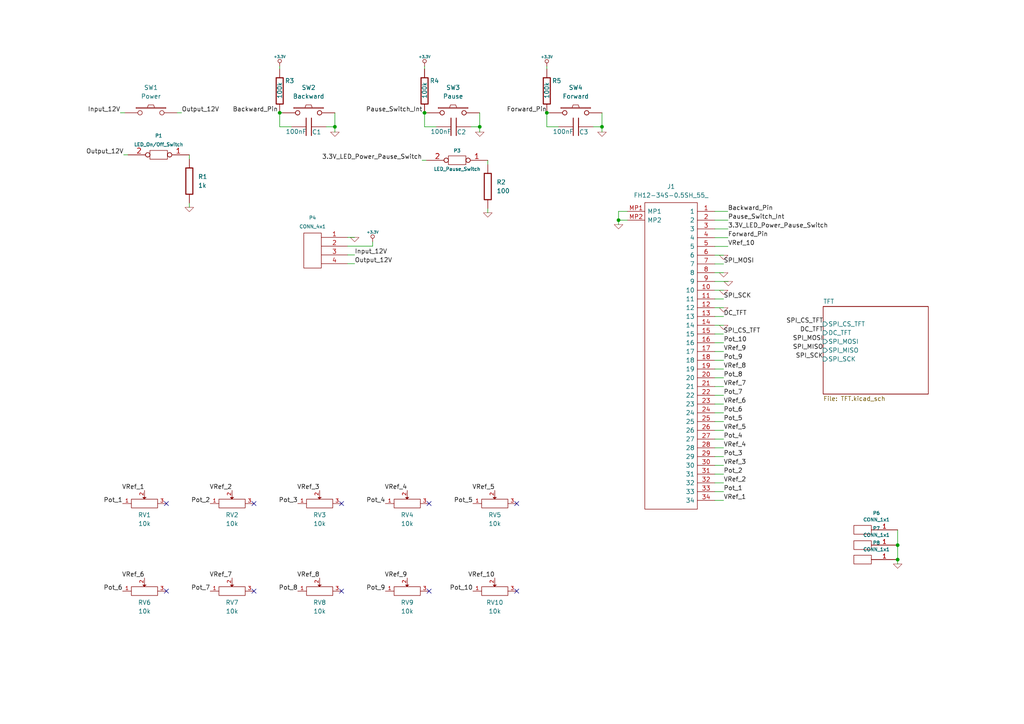
<source format=kicad_sch>
(kicad_sch
	(version 20231120)
	(generator "eeschema")
	(generator_version "8.0")
	(uuid "c1eb7286-1670-41fb-8b0d-c5f915d98305")
	(paper "A4")
	(lib_symbols
		(symbol "ESPulse-rescue:+3.3V-power"
			(power)
			(pin_names
				(offset 0)
			)
			(exclude_from_sim no)
			(in_bom yes)
			(on_board yes)
			(property "Reference" "#PWR"
				(at 0 -1.016 0)
				(effects
					(font
						(size 0.762 0.762)
					)
					(hide yes)
				)
			)
			(property "Value" "+3.3V-power"
				(at 0 2.794 0)
				(effects
					(font
						(size 0.762 0.762)
					)
				)
			)
			(property "Footprint" ""
				(at 0 0 0)
				(effects
					(font
						(size 1.524 1.524)
					)
				)
			)
			(property "Datasheet" ""
				(at 0 0 0)
				(effects
					(font
						(size 1.524 1.524)
					)
				)
			)
			(property "Description" ""
				(at 0 0 0)
				(effects
					(font
						(size 1.27 1.27)
					)
					(hide yes)
				)
			)
			(symbol "+3.3V-power_0_0"
				(pin power_in line
					(at 0 0 90)
					(length 0) hide
					(name "+3.3V"
						(effects
							(font
								(size 0.762 0.762)
							)
						)
					)
					(number "1"
						(effects
							(font
								(size 0.762 0.762)
							)
						)
					)
				)
			)
			(symbol "+3.3V-power_0_1"
				(polyline
					(pts
						(xy 0 0) (xy 0 1.016) (xy 0 1.016)
					)
					(stroke
						(width 0)
						(type default)
					)
					(fill
						(type none)
					)
				)
				(circle
					(center 0 1.524)
					(radius 0.508)
					(stroke
						(width 0)
						(type default)
					)
					(fill
						(type none)
					)
				)
			)
		)
		(symbol "ESPulse-rescue:C-lsts-passives"
			(pin_numbers hide)
			(pin_names
				(offset 0.254)
			)
			(exclude_from_sim no)
			(in_bom yes)
			(on_board yes)
			(property "Reference" "C"
				(at 1.27 2.54 0)
				(effects
					(font
						(size 1.27 1.27)
					)
					(justify left)
				)
			)
			(property "Value" "C-lsts-passives"
				(at 1.27 -2.54 0)
				(effects
					(font
						(size 1.27 1.27)
					)
					(justify left)
				)
			)
			(property "Footprint" ""
				(at 0 0 0)
				(effects
					(font
						(size 1.524 1.524)
					)
				)
			)
			(property "Datasheet" ""
				(at 0 0 0)
				(effects
					(font
						(size 1.524 1.524)
					)
				)
			)
			(property "Description" ""
				(at 0 0 0)
				(effects
					(font
						(size 1.27 1.27)
					)
					(hide yes)
				)
			)
			(property "ki_fp_filters" "C_*"
				(at 0 0 0)
				(effects
					(font
						(size 1.27 1.27)
					)
					(hide yes)
				)
			)
			(symbol "C-lsts-passives_0_1"
				(polyline
					(pts
						(xy -2.54 -0.762) (xy 2.54 -0.762)
					)
					(stroke
						(width 0.254)
						(type default)
					)
					(fill
						(type none)
					)
				)
				(polyline
					(pts
						(xy -2.54 0.762) (xy 2.54 0.762)
					)
					(stroke
						(width 0.254)
						(type default)
					)
					(fill
						(type none)
					)
				)
			)
			(symbol "C-lsts-passives_1_1"
				(pin passive line
					(at 0 5.08 270)
					(length 4.318)
					(name "~"
						(effects
							(font
								(size 1.016 1.016)
							)
						)
					)
					(number "1"
						(effects
							(font
								(size 1.016 1.016)
							)
						)
					)
				)
				(pin passive line
					(at 0 -5.08 90)
					(length 4.318)
					(name "~"
						(effects
							(font
								(size 1.016 1.016)
							)
						)
					)
					(number "2"
						(effects
							(font
								(size 1.016 1.016)
							)
						)
					)
				)
			)
		)
		(symbol "ESPulse-rescue:GND-power"
			(power)
			(pin_names
				(offset 0)
			)
			(exclude_from_sim no)
			(in_bom yes)
			(on_board yes)
			(property "Reference" "#PWR"
				(at 0 0 0)
				(effects
					(font
						(size 0.762 0.762)
					)
					(hide yes)
				)
			)
			(property "Value" "GND-power"
				(at 0 -1.778 0)
				(effects
					(font
						(size 0.762 0.762)
					)
					(hide yes)
				)
			)
			(property "Footprint" ""
				(at 0 0 0)
				(effects
					(font
						(size 1.524 1.524)
					)
				)
			)
			(property "Datasheet" ""
				(at 0 0 0)
				(effects
					(font
						(size 1.524 1.524)
					)
				)
			)
			(property "Description" ""
				(at 0 0 0)
				(effects
					(font
						(size 1.27 1.27)
					)
					(hide yes)
				)
			)
			(symbol "GND-power_0_1"
				(polyline
					(pts
						(xy -1.27 0) (xy 0 -1.27) (xy 1.27 0) (xy -1.27 0)
					)
					(stroke
						(width 0.1016)
						(type default)
					)
					(fill
						(type none)
					)
				)
			)
			(symbol "GND-power_1_1"
				(pin power_in line
					(at 0 0 90)
					(length 0) hide
					(name "GND"
						(effects
							(font
								(size 0.762 0.762)
							)
						)
					)
					(number "1"
						(effects
							(font
								(size 0.762 0.762)
							)
						)
					)
				)
			)
		)
		(symbol "ESPulse-rescue:R-lsts-passives"
			(pin_numbers hide)
			(pin_names
				(offset 0)
			)
			(exclude_from_sim no)
			(in_bom yes)
			(on_board yes)
			(property "Reference" "R"
				(at 2.032 0 90)
				(effects
					(font
						(size 1.27 1.27)
					)
				)
			)
			(property "Value" "R-lsts-passives"
				(at 0 0 90)
				(effects
					(font
						(size 1.27 1.27)
					)
				)
			)
			(property "Footprint" ""
				(at 0 0 0)
				(effects
					(font
						(size 1.524 1.524)
					)
				)
			)
			(property "Datasheet" ""
				(at 0 0 0)
				(effects
					(font
						(size 1.524 1.524)
					)
				)
			)
			(property "Description" ""
				(at 0 0 0)
				(effects
					(font
						(size 1.27 1.27)
					)
					(hide yes)
				)
			)
			(property "ki_fp_filters" "R_*"
				(at 0 0 0)
				(effects
					(font
						(size 1.27 1.27)
					)
					(hide yes)
				)
			)
			(symbol "R-lsts-passives_0_1"
				(rectangle
					(start -1.016 3.81)
					(end 1.016 -3.81)
					(stroke
						(width 0.3048)
						(type default)
					)
					(fill
						(type none)
					)
				)
			)
			(symbol "R-lsts-passives_1_1"
				(pin passive line
					(at 0 6.35 270)
					(length 2.54)
					(name "~"
						(effects
							(font
								(size 1.524 1.524)
							)
						)
					)
					(number "1"
						(effects
							(font
								(size 1.524 1.524)
							)
						)
					)
				)
				(pin passive line
					(at 0 -6.35 90)
					(length 2.54)
					(name "~"
						(effects
							(font
								(size 1.524 1.524)
							)
						)
					)
					(number "2"
						(effects
							(font
								(size 1.524 1.524)
							)
						)
					)
				)
			)
		)
		(symbol "lsts-conn:CONN_1x1"
			(pin_names
				(offset 1.016) hide)
			(exclude_from_sim no)
			(in_bom yes)
			(on_board yes)
			(property "Reference" "P"
				(at 0 0 0)
				(effects
					(font
						(size 0.9906 0.9906)
					)
				)
			)
			(property "Value" "CONN_1x1"
				(at 0 -2.54 0)
				(effects
					(font
						(size 0.9906 0.9906)
					)
				)
			)
			(property "Footprint" ""
				(at 0 0 0)
				(effects
					(font
						(size 1.524 1.524)
					)
				)
			)
			(property "Datasheet" ""
				(at 0 0 0)
				(effects
					(font
						(size 1.524 1.524)
					)
				)
			)
			(property "Description" ""
				(at 0 0 0)
				(effects
					(font
						(size 1.27 1.27)
					)
					(hide yes)
				)
			)
			(symbol "CONN_1x1_0_1"
				(rectangle
					(start -2.54 1.27)
					(end 2.54 -1.27)
					(stroke
						(width 0)
						(type default)
					)
					(fill
						(type none)
					)
				)
			)
			(symbol "CONN_1x1_1_1"
				(pin passive line
					(at 10.16 0 180)
					(length 7.62)
					(name "~"
						(effects
							(font
								(size 1.27 1.27)
							)
						)
					)
					(number "1"
						(effects
							(font
								(size 1.27 1.27)
							)
						)
					)
				)
			)
		)
		(symbol "lsts-conn:CONN_1x2"
			(pin_names
				(offset 1.016) hide)
			(exclude_from_sim no)
			(in_bom yes)
			(on_board yes)
			(property "Reference" "P"
				(at -1.27 0 0)
				(effects
					(font
						(size 0.9906 0.9906)
					)
				)
			)
			(property "Value" "CONN_1x2"
				(at 0 -2.54 0)
				(effects
					(font
						(size 0.9906 0.9906)
					)
				)
			)
			(property "Footprint" ""
				(at 0 0 0)
				(effects
					(font
						(size 1.524 1.524)
					)
				)
			)
			(property "Datasheet" ""
				(at 0 0 0)
				(effects
					(font
						(size 1.524 1.524)
					)
				)
			)
			(property "Description" ""
				(at 0 0 0)
				(effects
					(font
						(size 1.27 1.27)
					)
					(hide yes)
				)
			)
			(symbol "CONN_1x2_0_1"
				(rectangle
					(start -2.54 1.27)
					(end 2.54 -1.27)
					(stroke
						(width 0)
						(type default)
					)
					(fill
						(type none)
					)
				)
			)
			(symbol "CONN_1x2_1_1"
				(pin passive inverted
					(at -8.89 0 0)
					(length 6.35)
					(name "~"
						(effects
							(font
								(size 1.524 1.524)
							)
						)
					)
					(number "1"
						(effects
							(font
								(size 1.524 1.524)
							)
						)
					)
				)
				(pin passive inverted
					(at 8.89 0 180)
					(length 6.35)
					(name "~"
						(effects
							(font
								(size 1.524 1.524)
							)
						)
					)
					(number "2"
						(effects
							(font
								(size 1.524 1.524)
							)
						)
					)
				)
			)
		)
		(symbol "lsts-conn:CONN_4x1"
			(pin_names
				(offset 1.016) hide)
			(exclude_from_sim no)
			(in_bom yes)
			(on_board yes)
			(property "Reference" "P"
				(at 1.27 0 90)
				(effects
					(font
						(size 0.9906 0.9906)
					)
				)
			)
			(property "Value" "CONN_4x1"
				(at -1.27 0 90)
				(effects
					(font
						(size 0.9906 0.9906)
					)
				)
			)
			(property "Footprint" ""
				(at 0 0 0)
				(effects
					(font
						(size 1.524 1.524)
					)
				)
			)
			(property "Datasheet" ""
				(at 0 0 0)
				(effects
					(font
						(size 1.524 1.524)
					)
				)
			)
			(property "Description" ""
				(at 0 0 0)
				(effects
					(font
						(size 1.27 1.27)
					)
					(hide yes)
				)
			)
			(symbol "CONN_4x1_0_1"
				(rectangle
					(start 2.54 -5.08)
					(end -2.54 5.08)
					(stroke
						(width 0)
						(type default)
					)
					(fill
						(type none)
					)
				)
			)
			(symbol "CONN_4x1_1_1"
				(pin passive line
					(at 10.16 3.81 180)
					(length 7.62)
					(name "~"
						(effects
							(font
								(size 1.27 1.27)
							)
						)
					)
					(number "1"
						(effects
							(font
								(size 1.27 1.27)
							)
						)
					)
				)
				(pin passive line
					(at 10.16 1.27 180)
					(length 7.62)
					(name "~"
						(effects
							(font
								(size 1.27 1.27)
							)
						)
					)
					(number "2"
						(effects
							(font
								(size 1.27 1.27)
							)
						)
					)
				)
				(pin passive line
					(at 10.16 -1.27 180)
					(length 7.62)
					(name "~"
						(effects
							(font
								(size 1.27 1.27)
							)
						)
					)
					(number "3"
						(effects
							(font
								(size 1.27 1.27)
							)
						)
					)
				)
				(pin passive line
					(at 10.16 -3.81 180)
					(length 7.62)
					(name "~"
						(effects
							(font
								(size 1.27 1.27)
							)
						)
					)
					(number "4"
						(effects
							(font
								(size 1.27 1.27)
							)
						)
					)
				)
			)
		)
		(symbol "lsts-conn:FH12-34S-0.5SH_55_"
			(pin_names
				(offset 0.762)
			)
			(exclude_from_sim no)
			(in_bom yes)
			(on_board yes)
			(property "Reference" "J"
				(at 21.59 7.62 0)
				(effects
					(font
						(size 1.27 1.27)
					)
					(justify left)
				)
			)
			(property "Value" "FH12-34S-0.5SH_55_"
				(at -26.67 27.94 0)
				(effects
					(font
						(size 1.27 1.27)
					)
					(justify left)
				)
			)
			(property "Footprint" "FH1234S05SH55"
				(at -26.67 25.4 0)
				(effects
					(font
						(size 1.27 1.27)
					)
					(justify left)
					(hide yes)
				)
			)
			(property "Datasheet" "https://www.hirose.com/product/download/?distributor=digikey&type=2d&lang=en&num=FH12-34S-0.5SH(55)"
				(at -26.67 22.86 0)
				(effects
					(font
						(size 1.27 1.27)
					)
					(justify left)
					(hide yes)
				)
			)
			(property "Description" "Hirose FH12 Series 0.5mm Pitch 34 Way 1 Row Right Angle SMT Female FPC Connector, Gold Plated Contacts"
				(at -26.67 20.32 0)
				(effects
					(font
						(size 1.27 1.27)
					)
					(justify left)
					(hide yes)
				)
			)
			(property "Height" "2.2"
				(at 21.59 -5.08 0)
				(effects
					(font
						(size 1.27 1.27)
					)
					(justify left)
					(hide yes)
				)
			)
			(property "Mouser Part Number" "798-FH12-34S-0.5SH55"
				(at -26.67 15.24 0)
				(effects
					(font
						(size 1.27 1.27)
					)
					(justify left)
					(hide yes)
				)
			)
			(property "Mouser Price/Stock" "https://www.mouser.co.uk/ProductDetail/Hirose-Connector/FH12-34S-05SH55?qs=Ux3WWAnHpjDOuK5e9SNefQ%3D%3D"
				(at -26.67 12.7 0)
				(effects
					(font
						(size 1.27 1.27)
					)
					(justify left)
					(hide yes)
				)
			)
			(property "Manufacturer_Name" "Hirose"
				(at 21.59 -12.7 0)
				(effects
					(font
						(size 1.27 1.27)
					)
					(justify left)
					(hide yes)
				)
			)
			(property "Manufacturer_Part_Number" "FH12-34S-0.5SH(55)"
				(at -26.67 7.62 0)
				(effects
					(font
						(size 1.27 1.27)
					)
					(justify left)
					(hide yes)
				)
			)
			(symbol "FH12-34S-0.5SH_55__0_0"
				(pin passive line
					(at 25.4 0 180)
					(length 5.08)
					(name "1"
						(effects
							(font
								(size 1.27 1.27)
							)
						)
					)
					(number "1"
						(effects
							(font
								(size 1.27 1.27)
							)
						)
					)
				)
				(pin passive line
					(at 25.4 -22.86 180)
					(length 5.08)
					(name "10"
						(effects
							(font
								(size 1.27 1.27)
							)
						)
					)
					(number "10"
						(effects
							(font
								(size 1.27 1.27)
							)
						)
					)
				)
				(pin passive line
					(at 25.4 -25.4 180)
					(length 5.08)
					(name "11"
						(effects
							(font
								(size 1.27 1.27)
							)
						)
					)
					(number "11"
						(effects
							(font
								(size 1.27 1.27)
							)
						)
					)
				)
				(pin passive line
					(at 25.4 -27.94 180)
					(length 5.08)
					(name "12"
						(effects
							(font
								(size 1.27 1.27)
							)
						)
					)
					(number "12"
						(effects
							(font
								(size 1.27 1.27)
							)
						)
					)
				)
				(pin passive line
					(at 25.4 -30.48 180)
					(length 5.08)
					(name "13"
						(effects
							(font
								(size 1.27 1.27)
							)
						)
					)
					(number "13"
						(effects
							(font
								(size 1.27 1.27)
							)
						)
					)
				)
				(pin passive line
					(at 25.4 -33.02 180)
					(length 5.08)
					(name "14"
						(effects
							(font
								(size 1.27 1.27)
							)
						)
					)
					(number "14"
						(effects
							(font
								(size 1.27 1.27)
							)
						)
					)
				)
				(pin passive line
					(at 25.4 -35.56 180)
					(length 5.08)
					(name "15"
						(effects
							(font
								(size 1.27 1.27)
							)
						)
					)
					(number "15"
						(effects
							(font
								(size 1.27 1.27)
							)
						)
					)
				)
				(pin passive line
					(at 25.4 -38.1 180)
					(length 5.08)
					(name "16"
						(effects
							(font
								(size 1.27 1.27)
							)
						)
					)
					(number "16"
						(effects
							(font
								(size 1.27 1.27)
							)
						)
					)
				)
				(pin passive line
					(at 25.4 -40.64 180)
					(length 5.08)
					(name "17"
						(effects
							(font
								(size 1.27 1.27)
							)
						)
					)
					(number "17"
						(effects
							(font
								(size 1.27 1.27)
							)
						)
					)
				)
				(pin passive line
					(at 25.4 -43.18 180)
					(length 5.08)
					(name "18"
						(effects
							(font
								(size 1.27 1.27)
							)
						)
					)
					(number "18"
						(effects
							(font
								(size 1.27 1.27)
							)
						)
					)
				)
				(pin passive line
					(at 25.4 -45.72 180)
					(length 5.08)
					(name "19"
						(effects
							(font
								(size 1.27 1.27)
							)
						)
					)
					(number "19"
						(effects
							(font
								(size 1.27 1.27)
							)
						)
					)
				)
				(pin passive line
					(at 25.4 -2.54 180)
					(length 5.08)
					(name "2"
						(effects
							(font
								(size 1.27 1.27)
							)
						)
					)
					(number "2"
						(effects
							(font
								(size 1.27 1.27)
							)
						)
					)
				)
				(pin passive line
					(at 25.4 -48.26 180)
					(length 5.08)
					(name "20"
						(effects
							(font
								(size 1.27 1.27)
							)
						)
					)
					(number "20"
						(effects
							(font
								(size 1.27 1.27)
							)
						)
					)
				)
				(pin passive line
					(at 25.4 -50.8 180)
					(length 5.08)
					(name "21"
						(effects
							(font
								(size 1.27 1.27)
							)
						)
					)
					(number "21"
						(effects
							(font
								(size 1.27 1.27)
							)
						)
					)
				)
				(pin passive line
					(at 25.4 -53.34 180)
					(length 5.08)
					(name "22"
						(effects
							(font
								(size 1.27 1.27)
							)
						)
					)
					(number "22"
						(effects
							(font
								(size 1.27 1.27)
							)
						)
					)
				)
				(pin passive line
					(at 25.4 -55.88 180)
					(length 5.08)
					(name "23"
						(effects
							(font
								(size 1.27 1.27)
							)
						)
					)
					(number "23"
						(effects
							(font
								(size 1.27 1.27)
							)
						)
					)
				)
				(pin passive line
					(at 25.4 -58.42 180)
					(length 5.08)
					(name "24"
						(effects
							(font
								(size 1.27 1.27)
							)
						)
					)
					(number "24"
						(effects
							(font
								(size 1.27 1.27)
							)
						)
					)
				)
				(pin passive line
					(at 25.4 -60.96 180)
					(length 5.08)
					(name "25"
						(effects
							(font
								(size 1.27 1.27)
							)
						)
					)
					(number "25"
						(effects
							(font
								(size 1.27 1.27)
							)
						)
					)
				)
				(pin passive line
					(at 25.4 -63.5 180)
					(length 5.08)
					(name "26"
						(effects
							(font
								(size 1.27 1.27)
							)
						)
					)
					(number "26"
						(effects
							(font
								(size 1.27 1.27)
							)
						)
					)
				)
				(pin passive line
					(at 25.4 -66.04 180)
					(length 5.08)
					(name "27"
						(effects
							(font
								(size 1.27 1.27)
							)
						)
					)
					(number "27"
						(effects
							(font
								(size 1.27 1.27)
							)
						)
					)
				)
				(pin passive line
					(at 25.4 -68.58 180)
					(length 5.08)
					(name "28"
						(effects
							(font
								(size 1.27 1.27)
							)
						)
					)
					(number "28"
						(effects
							(font
								(size 1.27 1.27)
							)
						)
					)
				)
				(pin passive line
					(at 25.4 -71.12 180)
					(length 5.08)
					(name "29"
						(effects
							(font
								(size 1.27 1.27)
							)
						)
					)
					(number "29"
						(effects
							(font
								(size 1.27 1.27)
							)
						)
					)
				)
				(pin passive line
					(at 25.4 -5.08 180)
					(length 5.08)
					(name "3"
						(effects
							(font
								(size 1.27 1.27)
							)
						)
					)
					(number "3"
						(effects
							(font
								(size 1.27 1.27)
							)
						)
					)
				)
				(pin passive line
					(at 25.4 -73.66 180)
					(length 5.08)
					(name "30"
						(effects
							(font
								(size 1.27 1.27)
							)
						)
					)
					(number "30"
						(effects
							(font
								(size 1.27 1.27)
							)
						)
					)
				)
				(pin passive line
					(at 25.4 -76.2 180)
					(length 5.08)
					(name "31"
						(effects
							(font
								(size 1.27 1.27)
							)
						)
					)
					(number "31"
						(effects
							(font
								(size 1.27 1.27)
							)
						)
					)
				)
				(pin passive line
					(at 25.4 -78.74 180)
					(length 5.08)
					(name "32"
						(effects
							(font
								(size 1.27 1.27)
							)
						)
					)
					(number "32"
						(effects
							(font
								(size 1.27 1.27)
							)
						)
					)
				)
				(pin passive line
					(at 25.4 -81.28 180)
					(length 5.08)
					(name "33"
						(effects
							(font
								(size 1.27 1.27)
							)
						)
					)
					(number "33"
						(effects
							(font
								(size 1.27 1.27)
							)
						)
					)
				)
				(pin passive line
					(at 25.4 -83.82 180)
					(length 5.08)
					(name "34"
						(effects
							(font
								(size 1.27 1.27)
							)
						)
					)
					(number "34"
						(effects
							(font
								(size 1.27 1.27)
							)
						)
					)
				)
				(pin passive line
					(at 25.4 -7.62 180)
					(length 5.08)
					(name "4"
						(effects
							(font
								(size 1.27 1.27)
							)
						)
					)
					(number "4"
						(effects
							(font
								(size 1.27 1.27)
							)
						)
					)
				)
				(pin passive line
					(at 25.4 -10.16 180)
					(length 5.08)
					(name "5"
						(effects
							(font
								(size 1.27 1.27)
							)
						)
					)
					(number "5"
						(effects
							(font
								(size 1.27 1.27)
							)
						)
					)
				)
				(pin passive line
					(at 25.4 -12.7 180)
					(length 5.08)
					(name "6"
						(effects
							(font
								(size 1.27 1.27)
							)
						)
					)
					(number "6"
						(effects
							(font
								(size 1.27 1.27)
							)
						)
					)
				)
				(pin passive line
					(at 25.4 -15.24 180)
					(length 5.08)
					(name "7"
						(effects
							(font
								(size 1.27 1.27)
							)
						)
					)
					(number "7"
						(effects
							(font
								(size 1.27 1.27)
							)
						)
					)
				)
				(pin passive line
					(at 25.4 -17.78 180)
					(length 5.08)
					(name "8"
						(effects
							(font
								(size 1.27 1.27)
							)
						)
					)
					(number "8"
						(effects
							(font
								(size 1.27 1.27)
							)
						)
					)
				)
				(pin passive line
					(at 25.4 -20.32 180)
					(length 5.08)
					(name "9"
						(effects
							(font
								(size 1.27 1.27)
							)
						)
					)
					(number "9"
						(effects
							(font
								(size 1.27 1.27)
							)
						)
					)
				)
				(pin passive line
					(at 0 0 0)
					(length 5.08)
					(name "MP1"
						(effects
							(font
								(size 1.27 1.27)
							)
						)
					)
					(number "MP1"
						(effects
							(font
								(size 1.27 1.27)
							)
						)
					)
				)
				(pin passive line
					(at 0 -2.54 0)
					(length 5.08)
					(name "MP2"
						(effects
							(font
								(size 1.27 1.27)
							)
						)
					)
					(number "MP2"
						(effects
							(font
								(size 1.27 1.27)
							)
						)
					)
				)
			)
			(symbol "FH12-34S-0.5SH_55__0_1"
				(polyline
					(pts
						(xy 5.08 2.54) (xy 20.32 2.54) (xy 20.32 -86.36) (xy 5.08 -86.36) (xy 5.08 2.54)
					)
					(stroke
						(width 0.1524)
						(type default)
					)
					(fill
						(type none)
					)
				)
			)
		)
		(symbol "lsts-devices:SW_PUSH"
			(pin_numbers hide)
			(pin_names hide)
			(exclude_from_sim no)
			(in_bom yes)
			(on_board yes)
			(property "Reference" "SW"
				(at 3.81 2.794 0)
				(effects
					(font
						(size 1.27 1.27)
					)
				)
			)
			(property "Value" "SW_PUSH"
				(at 0 -2.032 0)
				(effects
					(font
						(size 1.27 1.27)
					)
				)
			)
			(property "Footprint" ""
				(at 0 0 0)
				(effects
					(font
						(size 1.524 1.524)
					)
				)
			)
			(property "Datasheet" ""
				(at 0 0 0)
				(effects
					(font
						(size 1.524 1.524)
					)
				)
			)
			(property "Description" ""
				(at 0 0 0)
				(effects
					(font
						(size 1.27 1.27)
					)
					(hide yes)
				)
			)
			(symbol "SW_PUSH_0_1"
				(rectangle
					(start -4.318 1.27)
					(end 4.318 1.524)
					(stroke
						(width 0)
						(type default)
					)
					(fill
						(type none)
					)
				)
				(polyline
					(pts
						(xy -1.016 1.524) (xy -0.762 2.286) (xy 0.762 2.286) (xy 1.016 1.524)
					)
					(stroke
						(width 0)
						(type default)
					)
					(fill
						(type none)
					)
				)
				(pin passive inverted
					(at -7.62 0 0)
					(length 5.08)
					(name "1"
						(effects
							(font
								(size 1.524 1.524)
							)
						)
					)
					(number "1"
						(effects
							(font
								(size 1.524 1.524)
							)
						)
					)
				)
				(pin passive inverted
					(at 7.62 0 180)
					(length 5.08)
					(name "2"
						(effects
							(font
								(size 1.524 1.524)
							)
						)
					)
					(number "2"
						(effects
							(font
								(size 1.524 1.524)
							)
						)
					)
				)
			)
		)
		(symbol "lsts-passives:POT"
			(pin_names
				(offset 1.016) hide)
			(exclude_from_sim no)
			(in_bom yes)
			(on_board yes)
			(property "Reference" "RV"
				(at 0 -2.54 0)
				(effects
					(font
						(size 1.27 1.27)
					)
				)
			)
			(property "Value" "POT"
				(at 0 0 0)
				(effects
					(font
						(size 1.27 1.27)
					)
				)
			)
			(property "Footprint" ""
				(at 0 0 0)
				(effects
					(font
						(size 1.524 1.524)
					)
				)
			)
			(property "Datasheet" ""
				(at 0 0 0)
				(effects
					(font
						(size 1.524 1.524)
					)
				)
			)
			(property "Description" ""
				(at 0 0 0)
				(effects
					(font
						(size 1.27 1.27)
					)
					(hide yes)
				)
			)
			(symbol "POT_0_1"
				(rectangle
					(start -3.81 1.27)
					(end 3.81 -1.27)
					(stroke
						(width 0)
						(type default)
					)
					(fill
						(type none)
					)
				)
				(polyline
					(pts
						(xy 0 1.27) (xy -0.508 1.778) (xy 0.508 1.778)
					)
					(stroke
						(width 0)
						(type default)
					)
					(fill
						(type outline)
					)
				)
			)
			(symbol "POT_1_1"
				(pin passive line
					(at -6.35 0 0)
					(length 2.54)
					(name "1"
						(effects
							(font
								(size 1.016 1.016)
							)
						)
					)
					(number "1"
						(effects
							(font
								(size 1.016 1.016)
							)
						)
					)
				)
				(pin passive line
					(at 0 3.81 270)
					(length 2.032)
					(name "2"
						(effects
							(font
								(size 1.016 1.016)
							)
						)
					)
					(number "2"
						(effects
							(font
								(size 1.016 1.016)
							)
						)
					)
				)
				(pin passive line
					(at 6.35 0 180)
					(length 2.54)
					(name "3"
						(effects
							(font
								(size 1.016 1.016)
							)
						)
					)
					(number "3"
						(effects
							(font
								(size 1.016 1.016)
							)
						)
					)
				)
			)
		)
		(symbol "lsts-passives:R"
			(pin_numbers hide)
			(pin_names
				(offset 0)
			)
			(exclude_from_sim no)
			(in_bom yes)
			(on_board yes)
			(property "Reference" "R"
				(at 2.032 0 90)
				(effects
					(font
						(size 1.27 1.27)
					)
				)
			)
			(property "Value" "R"
				(at 0 0 90)
				(effects
					(font
						(size 1.27 1.27)
					)
				)
			)
			(property "Footprint" ""
				(at 0 0 0)
				(effects
					(font
						(size 1.524 1.524)
					)
				)
			)
			(property "Datasheet" ""
				(at 0 0 0)
				(effects
					(font
						(size 1.524 1.524)
					)
				)
			)
			(property "Description" ""
				(at 0 0 0)
				(effects
					(font
						(size 1.27 1.27)
					)
					(hide yes)
				)
			)
			(property "ki_fp_filters" "R_*"
				(at 0 0 0)
				(effects
					(font
						(size 1.27 1.27)
					)
					(hide yes)
				)
			)
			(symbol "R_0_1"
				(rectangle
					(start -1.016 3.81)
					(end 1.016 -3.81)
					(stroke
						(width 0.3048)
						(type default)
					)
					(fill
						(type none)
					)
				)
			)
			(symbol "R_1_1"
				(pin passive line
					(at 0 6.35 270)
					(length 2.54)
					(name "~"
						(effects
							(font
								(size 1.524 1.524)
							)
						)
					)
					(number "1"
						(effects
							(font
								(size 1.524 1.524)
							)
						)
					)
				)
				(pin passive line
					(at 0 -6.35 90)
					(length 2.54)
					(name "~"
						(effects
							(font
								(size 1.524 1.524)
							)
						)
					)
					(number "2"
						(effects
							(font
								(size 1.524 1.524)
							)
						)
					)
				)
			)
		)
		(symbol "power:GND"
			(power)
			(pin_names
				(offset 0)
			)
			(exclude_from_sim no)
			(in_bom yes)
			(on_board yes)
			(property "Reference" "#PWR"
				(at 0 0 0)
				(effects
					(font
						(size 0.762 0.762)
					)
					(hide yes)
				)
			)
			(property "Value" "GND"
				(at 0 -1.778 0)
				(effects
					(font
						(size 0.762 0.762)
					)
					(hide yes)
				)
			)
			(property "Footprint" ""
				(at 0 0 0)
				(effects
					(font
						(size 1.524 1.524)
					)
				)
			)
			(property "Datasheet" ""
				(at 0 0 0)
				(effects
					(font
						(size 1.524 1.524)
					)
				)
			)
			(property "Description" ""
				(at 0 0 0)
				(effects
					(font
						(size 1.27 1.27)
					)
					(hide yes)
				)
			)
			(symbol "GND_0_1"
				(polyline
					(pts
						(xy -1.27 0) (xy 0 -1.27) (xy 1.27 0) (xy -1.27 0)
					)
					(stroke
						(width 0.1016)
						(type default)
					)
					(fill
						(type none)
					)
				)
			)
			(symbol "GND_1_1"
				(pin power_in line
					(at 0 0 90)
					(length 0) hide
					(name "GND"
						(effects
							(font
								(size 0.762 0.762)
							)
						)
					)
					(number "1"
						(effects
							(font
								(size 0.762 0.762)
							)
						)
					)
				)
			)
		)
	)
	(junction
		(at 179.4002 63.8556)
		(diameter 0)
		(color 0 0 0 0)
		(uuid "1692b2e8-5f56-499b-b591-4feb2725125b")
	)
	(junction
		(at 260.35 158.115)
		(diameter 0)
		(color 0 0 0 0)
		(uuid "6fa1192c-243d-4ab5-9cdd-fda7ed624766")
	)
	(junction
		(at 81.1276 32.7152)
		(diameter 0)
		(color 0 0 0 0)
		(uuid "8fc03c8d-001f-4378-87fb-d93f96bda4f7")
	)
	(junction
		(at 123.1392 32.7152)
		(diameter 0)
		(color 0 0 0 0)
		(uuid "98828ff3-2bf4-4d03-b7f3-c84c1d3ba5f0")
	)
	(junction
		(at 97.1296 36.7792)
		(diameter 0)
		(color 0 0 0 0)
		(uuid "a07b1bea-e625-4642-86f2-160ad695caca")
	)
	(junction
		(at 260.35 162.306)
		(diameter 0)
		(color 0 0 0 0)
		(uuid "c154dabf-ed37-4405-b21f-80e18d321def")
	)
	(junction
		(at 158.5976 32.7152)
		(diameter 0)
		(color 0 0 0 0)
		(uuid "c6c1b38c-7f53-42c6-8156-ad643c4be2d0")
	)
	(junction
		(at 174.5996 36.7792)
		(diameter 0)
		(color 0 0 0 0)
		(uuid "d00660b5-2eb1-4429-a05f-88893697f695")
	)
	(junction
		(at 139.1412 36.7792)
		(diameter 0)
		(color 0 0 0 0)
		(uuid "f3b7a0a8-4254-44fe-ba28-f089202de919")
	)
	(no_connect
		(at 149.86 146.05)
		(uuid "620b8575-66de-4925-bd35-0b5128094ebf")
	)
	(no_connect
		(at 149.86 171.45)
		(uuid "620b8575-66de-4925-bd35-0b5128094ec0")
	)
	(no_connect
		(at 73.66 171.45)
		(uuid "620b8575-66de-4925-bd35-0b5128094ec1")
	)
	(no_connect
		(at 99.06 146.05)
		(uuid "620b8575-66de-4925-bd35-0b5128094ec2")
	)
	(no_connect
		(at 48.26 146.05)
		(uuid "620b8575-66de-4925-bd35-0b5128094ec3")
	)
	(no_connect
		(at 48.26 171.45)
		(uuid "620b8575-66de-4925-bd35-0b5128094ec4")
	)
	(no_connect
		(at 124.46 146.05)
		(uuid "620b8575-66de-4925-bd35-0b5128094ec5")
	)
	(no_connect
		(at 124.46 171.45)
		(uuid "620b8575-66de-4925-bd35-0b5128094ec6")
	)
	(no_connect
		(at 99.06 171.45)
		(uuid "620b8575-66de-4925-bd35-0b5128094ec7")
	)
	(no_connect
		(at 73.66 146.05)
		(uuid "620b8575-66de-4925-bd35-0b5128094ec8")
	)
	(wire
		(pts
			(xy 207.3402 63.8556) (xy 211.1502 63.8556)
		)
		(stroke
			(width 0)
			(type default)
		)
		(uuid "0035b4a6-5371-4a5b-857d-459cfb0bbd2a")
	)
	(wire
		(pts
			(xy 260.35 158.115) (xy 260.35 162.306)
		)
		(stroke
			(width 0)
			(type default)
		)
		(uuid "027d4eeb-1380-489f-bee3-ce46f154c273")
	)
	(wire
		(pts
			(xy 97.1296 36.7792) (xy 97.1296 38.3032)
		)
		(stroke
			(width 0)
			(type default)
		)
		(uuid "0a625b85-fa6f-47b3-bbf9-e5cbc64c1df5")
	)
	(wire
		(pts
			(xy 35.8648 44.9072) (xy 37.1348 44.9072)
		)
		(stroke
			(width 0)
			(type default)
		)
		(uuid "0c8413fe-7ab9-4c98-9d6b-5a2bcf2e011f")
	)
	(wire
		(pts
			(xy 54.9148 58.8772) (xy 54.9148 60.1472)
		)
		(stroke
			(width 0)
			(type default)
		)
		(uuid "0d6ff5d8-6814-4e2f-ac45-235c7c0984df")
	)
	(wire
		(pts
			(xy 81.1276 36.7792) (xy 81.1276 32.7152)
		)
		(stroke
			(width 0)
			(type default)
		)
		(uuid "10a664a9-18d5-4586-8e42-6d9d95d5b914")
	)
	(wire
		(pts
			(xy 34.8996 32.7152) (xy 36.1696 32.7152)
		)
		(stroke
			(width 0)
			(type default)
		)
		(uuid "13ecbb8f-28ec-4759-9443-4b9c0df04fe1")
	)
	(wire
		(pts
			(xy 207.3402 114.6556) (xy 209.8802 114.6556)
		)
		(stroke
			(width 0)
			(type default)
		)
		(uuid "1875f26c-950c-4351-9e71-a1df73f10dcd")
	)
	(wire
		(pts
			(xy 207.3402 68.9356) (xy 211.1502 68.9356)
		)
		(stroke
			(width 0)
			(type default)
		)
		(uuid "1c6bf905-5d7e-4b6c-8906-b6a15cadea88")
	)
	(wire
		(pts
			(xy 207.3402 132.4356) (xy 209.8802 132.4356)
		)
		(stroke
			(width 0)
			(type default)
		)
		(uuid "1d48bd37-a746-48a6-bf63-dcf2a18cc394")
	)
	(wire
		(pts
			(xy 100.8126 73.9394) (xy 102.87 73.9394)
		)
		(stroke
			(width 0)
			(type default)
		)
		(uuid "25d8be18-f357-44c8-a75f-f47ad0e0b16f")
	)
	(wire
		(pts
			(xy 207.3402 137.5156) (xy 209.8802 137.5156)
		)
		(stroke
			(width 0)
			(type default)
		)
		(uuid "2a9838a0-8b3c-493a-b5ce-b247aad1b41e")
	)
	(wire
		(pts
			(xy 207.3402 74.0156) (xy 209.8802 74.0156)
		)
		(stroke
			(width 0)
			(type default)
		)
		(uuid "2b800550-0110-4b27-82db-032a6311bbab")
	)
	(wire
		(pts
			(xy 207.3402 107.0356) (xy 209.8802 107.0356)
		)
		(stroke
			(width 0)
			(type default)
		)
		(uuid "2f57d72d-e3f4-4294-aede-ac10ce221fb0")
	)
	(wire
		(pts
			(xy 207.3402 99.4156) (xy 209.8802 99.4156)
		)
		(stroke
			(width 0)
			(type default)
		)
		(uuid "30f10b84-4b7b-420d-9184-623a64956072")
	)
	(wire
		(pts
			(xy 51.4096 32.7152) (xy 52.6796 32.7152)
		)
		(stroke
			(width 0)
			(type default)
		)
		(uuid "3284c768-a288-46df-9a6f-5f6f4cded873")
	)
	(wire
		(pts
			(xy 81.1276 19.2278) (xy 81.1276 20.0152)
		)
		(stroke
			(width 0)
			(type default)
		)
		(uuid "33e41386-e48e-43d7-8878-d8ef4662e195")
	)
	(wire
		(pts
			(xy 80.6196 32.7152) (xy 81.1276 32.7152)
		)
		(stroke
			(width 0)
			(type default)
		)
		(uuid "3c960502-a22a-48f7-9b7b-f649cfe230e7")
	)
	(wire
		(pts
			(xy 181.9402 61.3156) (xy 179.4002 61.3156)
		)
		(stroke
			(width 0)
			(type default)
		)
		(uuid "40d66dad-4ebb-47b0-8d4c-0de4783911ab")
	)
	(wire
		(pts
			(xy 174.5996 32.7152) (xy 174.5996 36.7792)
		)
		(stroke
			(width 0)
			(type default)
		)
		(uuid "4130899c-333e-4527-a78a-568cf7f3531c")
	)
	(wire
		(pts
			(xy 158.5976 32.7152) (xy 159.3596 32.7152)
		)
		(stroke
			(width 0)
			(type default)
		)
		(uuid "44a2fc70-e5fc-4fef-9246-1c744405dd99")
	)
	(wire
		(pts
			(xy 139.1412 36.7792) (xy 139.1412 38.3032)
		)
		(stroke
			(width 0)
			(type default)
		)
		(uuid "4be22a38-fd78-4b53-9168-2fcee09e832e")
	)
	(wire
		(pts
			(xy 260.35 162.306) (xy 260.35 163.576)
		)
		(stroke
			(width 0)
			(type default)
		)
		(uuid "5a355310-256f-45b7-aa1b-dcf445114356")
	)
	(wire
		(pts
			(xy 207.3402 79.0956) (xy 209.8802 79.0956)
		)
		(stroke
			(width 0)
			(type default)
		)
		(uuid "5de929b7-8834-4c1e-b522-0a7d2be5bd32")
	)
	(wire
		(pts
			(xy 179.4002 63.8556) (xy 179.4002 65.1256)
		)
		(stroke
			(width 0)
			(type default)
		)
		(uuid "5e7718f2-0508-4e42-9a08-b154fcb04e4e")
	)
	(wire
		(pts
			(xy 139.0396 32.7152) (xy 139.1412 32.7152)
		)
		(stroke
			(width 0)
			(type default)
		)
		(uuid "602ce4fd-a455-4975-8d61-4629bdb09953")
	)
	(wire
		(pts
			(xy 126.492 36.7792) (xy 123.1392 36.7792)
		)
		(stroke
			(width 0)
			(type default)
		)
		(uuid "62627b3b-4630-42bb-9fca-f7816a2ff703")
	)
	(wire
		(pts
			(xy 100.8126 71.3994) (xy 108.077 71.3994)
		)
		(stroke
			(width 0)
			(type default)
		)
		(uuid "673844e1-49ab-4e64-8ced-9f6e031c5870")
	)
	(wire
		(pts
			(xy 260.35 153.67) (xy 260.35 158.115)
		)
		(stroke
			(width 0)
			(type default)
		)
		(uuid "7906320f-9651-424f-a42e-bfdb177b7ed5")
	)
	(wire
		(pts
			(xy 207.3402 122.2756) (xy 209.8802 122.2756)
		)
		(stroke
			(width 0)
			(type default)
		)
		(uuid "7e2df280-f320-4c5a-9a20-24b3936e3e76")
	)
	(wire
		(pts
			(xy 207.3402 91.7956) (xy 209.8802 91.7956)
		)
		(stroke
			(width 0)
			(type default)
		)
		(uuid "80e7113b-9c88-4ad1-b127-8df8d36b811e")
	)
	(wire
		(pts
			(xy 207.3402 89.2556) (xy 209.8802 89.2556)
		)
		(stroke
			(width 0)
			(type default)
		)
		(uuid "80fc2eb8-e458-4d9f-94cc-b13d38446be7")
	)
	(wire
		(pts
			(xy 139.1412 32.7152) (xy 139.1412 36.7792)
		)
		(stroke
			(width 0)
			(type default)
		)
		(uuid "8129cdfe-d2a8-4397-8de7-ad85bd1817b1")
	)
	(wire
		(pts
			(xy 174.5996 36.7792) (xy 174.5996 38.3032)
		)
		(stroke
			(width 0)
			(type default)
		)
		(uuid "882fcfa1-5a86-4735-9e89-5831a84b268b")
	)
	(wire
		(pts
			(xy 207.3402 119.7356) (xy 209.8802 119.7356)
		)
		(stroke
			(width 0)
			(type default)
		)
		(uuid "89382992-3e93-4dcf-82dc-041a006f1391")
	)
	(wire
		(pts
			(xy 54.9148 44.9072) (xy 54.9148 46.1772)
		)
		(stroke
			(width 0)
			(type default)
		)
		(uuid "8bbe57bc-9b90-42ad-9d25-8c36e979b768")
	)
	(wire
		(pts
			(xy 207.3402 84.1756) (xy 209.8802 84.1756)
		)
		(stroke
			(width 0)
			(type default)
		)
		(uuid "913523c7-5fc6-4849-b6f7-2c4ab07b18fe")
	)
	(wire
		(pts
			(xy 207.3402 109.5756) (xy 209.8802 109.5756)
		)
		(stroke
			(width 0)
			(type default)
		)
		(uuid "95b176fc-a817-4828-9a70-6fb147fb0df0")
	)
	(wire
		(pts
			(xy 123.1392 32.7152) (xy 123.7996 32.7152)
		)
		(stroke
			(width 0)
			(type default)
		)
		(uuid "969bd2ef-4248-4d21-ab66-e041650aa271")
	)
	(wire
		(pts
			(xy 161.9504 36.7792) (xy 158.5976 36.7792)
		)
		(stroke
			(width 0)
			(type default)
		)
		(uuid "9998d33f-8427-452c-a5ca-147ac05b5d03")
	)
	(wire
		(pts
			(xy 172.1104 36.7792) (xy 174.5996 36.7792)
		)
		(stroke
			(width 0)
			(type default)
		)
		(uuid "a00f3fe0-ef10-4321-bff8-38e1d916b5f4")
	)
	(wire
		(pts
			(xy 207.3402 96.8756) (xy 209.8294 96.8756)
		)
		(stroke
			(width 0)
			(type default)
		)
		(uuid "a3fdf91c-07c8-4ebd-b689-777673eda4b2")
	)
	(wire
		(pts
			(xy 207.3402 94.3356) (xy 209.8802 94.3356)
		)
		(stroke
			(width 0)
			(type default)
		)
		(uuid "a6221175-4de4-4a4d-a664-48931a706808")
	)
	(wire
		(pts
			(xy 94.6404 36.7792) (xy 97.1296 36.7792)
		)
		(stroke
			(width 0)
			(type default)
		)
		(uuid "b3692331-2150-41e6-a147-602a64eadac8")
	)
	(wire
		(pts
			(xy 207.3402 76.5556) (xy 209.8802 76.5556)
		)
		(stroke
			(width 0)
			(type default)
		)
		(uuid "b61289fe-9621-48db-8bd5-cd322c66399a")
	)
	(wire
		(pts
			(xy 207.3402 61.3156) (xy 211.0994 61.3156)
		)
		(stroke
			(width 0)
			(type default)
		)
		(uuid "b625854e-f14a-42a7-aa28-87d6a97822f0")
	)
	(wire
		(pts
			(xy 207.3402 145.1356) (xy 209.8802 145.1356)
		)
		(stroke
			(width 0)
			(type default)
		)
		(uuid "b6818a38-0634-4c96-a26b-f767e5364082")
	)
	(wire
		(pts
			(xy 123.1392 36.7792) (xy 123.1392 32.7152)
		)
		(stroke
			(width 0)
			(type default)
		)
		(uuid "b77b968f-69a0-43e0-937e-fddf26660118")
	)
	(wire
		(pts
			(xy 158.5976 19.2786) (xy 158.5976 20.0152)
		)
		(stroke
			(width 0)
			(type default)
		)
		(uuid "b786cba5-79cf-4027-8303-76e6dc6e919c")
	)
	(wire
		(pts
			(xy 207.3402 127.3556) (xy 209.8802 127.3556)
		)
		(stroke
			(width 0)
			(type default)
		)
		(uuid "b7f6e333-79fb-45e6-a16b-08479e3f9790")
	)
	(wire
		(pts
			(xy 207.3402 81.6356) (xy 211.2518 81.6356)
		)
		(stroke
			(width 0)
			(type default)
		)
		(uuid "ba90b747-e95b-44e2-9880-b02e4c7f8f57")
	)
	(wire
		(pts
			(xy 207.3402 112.1156) (xy 209.8802 112.1156)
		)
		(stroke
			(width 0)
			(type default)
		)
		(uuid "bb3bbff0-ccd9-4592-9630-81e6f10ff928")
	)
	(wire
		(pts
			(xy 141.478 60.452) (xy 141.478 61.722)
		)
		(stroke
			(width 0)
			(type default)
		)
		(uuid "bbf567ba-bffc-42fd-a06e-ef2d1f17920a")
	)
	(wire
		(pts
			(xy 207.3402 71.4756) (xy 211.1502 71.4756)
		)
		(stroke
			(width 0)
			(type default)
		)
		(uuid "bc7da56a-8084-42db-9829-e78ec2753712")
	)
	(wire
		(pts
			(xy 207.3402 124.8156) (xy 209.8802 124.8156)
		)
		(stroke
			(width 0)
			(type default)
		)
		(uuid "c2d3d5c9-15c7-4e5c-8001-ef3b8315ba60")
	)
	(wire
		(pts
			(xy 179.4002 63.8556) (xy 181.9402 63.8556)
		)
		(stroke
			(width 0)
			(type default)
		)
		(uuid "c97f47cf-f40b-4d31-b684-41651d861d41")
	)
	(wire
		(pts
			(xy 100.8126 76.4794) (xy 102.87 76.4794)
		)
		(stroke
			(width 0)
			(type default)
		)
		(uuid "cb73a018-02a4-411e-95f1-45b7cad59f69")
	)
	(wire
		(pts
			(xy 207.3402 86.7156) (xy 209.8802 86.7156)
		)
		(stroke
			(width 0)
			(type default)
		)
		(uuid "cea8fb44-6a7c-4a8b-a41c-38276983daef")
	)
	(wire
		(pts
			(xy 207.3402 142.5956) (xy 209.8802 142.5956)
		)
		(stroke
			(width 0)
			(type default)
		)
		(uuid "d1a7ff1d-c5c5-4ea2-b3f0-69798e3d2cdc")
	)
	(wire
		(pts
			(xy 207.3402 66.3956) (xy 211.1502 66.3956)
		)
		(stroke
			(width 0)
			(type default)
		)
		(uuid "d1bd47f7-5c92-4680-b213-95d778e50143")
	)
	(wire
		(pts
			(xy 207.3402 101.9556) (xy 209.8802 101.9556)
		)
		(stroke
			(width 0)
			(type default)
		)
		(uuid "d22c05f8-244b-4b2f-ac37-1c4dc0c467ba")
	)
	(wire
		(pts
			(xy 81.1276 32.7152) (xy 81.8896 32.7152)
		)
		(stroke
			(width 0)
			(type default)
		)
		(uuid "d32905b0-2153-4d84-bd89-17f429cae912")
	)
	(wire
		(pts
			(xy 136.652 36.7792) (xy 139.1412 36.7792)
		)
		(stroke
			(width 0)
			(type default)
		)
		(uuid "d8910270-1e57-482a-b618-828ac10b3a11")
	)
	(wire
		(pts
			(xy 207.3402 117.1956) (xy 209.8802 117.1956)
		)
		(stroke
			(width 0)
			(type default)
		)
		(uuid "dc4bf9f1-3022-4453-8668-f3fb12ca85cf")
	)
	(wire
		(pts
			(xy 123.1392 19.2532) (xy 123.1392 20.0152)
		)
		(stroke
			(width 0)
			(type default)
		)
		(uuid "dd4c3f00-3e42-4955-8253-dcb4c1650d49")
	)
	(wire
		(pts
			(xy 122.428 46.482) (xy 123.698 46.482)
		)
		(stroke
			(width 0)
			(type default)
		)
		(uuid "dde3c015-4fee-4b35-a561-feb94be0d623")
	)
	(wire
		(pts
			(xy 141.478 46.482) (xy 141.478 47.752)
		)
		(stroke
			(width 0)
			(type default)
		)
		(uuid "de3ddb24-073e-4431-9bca-2281d98de703")
	)
	(wire
		(pts
			(xy 122.5296 32.7152) (xy 123.1392 32.7152)
		)
		(stroke
			(width 0)
			(type default)
		)
		(uuid "deef81e5-0514-4ebc-950b-46d02b3b5826")
	)
	(wire
		(pts
			(xy 100.8126 68.8594) (xy 102.87 68.8594)
		)
		(stroke
			(width 0)
			(type default)
		)
		(uuid "df0b4364-bddd-4f87-bc63-5336f360cbca")
	)
	(wire
		(pts
			(xy 207.3402 134.9756) (xy 209.8802 134.9756)
		)
		(stroke
			(width 0)
			(type default)
		)
		(uuid "df19dbdd-37fa-4fe7-8f0a-6f1c01239c42")
	)
	(wire
		(pts
			(xy 179.4002 61.3156) (xy 179.4002 63.8556)
		)
		(stroke
			(width 0)
			(type default)
		)
		(uuid "e668bb01-f31b-4df7-89c9-53bd390c512d")
	)
	(wire
		(pts
			(xy 108.077 71.3994) (xy 108.077 70.1294)
		)
		(stroke
			(width 0)
			(type default)
		)
		(uuid "eb44bd94-02da-4754-8d14-dadfa07743dd")
	)
	(wire
		(pts
			(xy 207.3402 104.4956) (xy 209.8802 104.4956)
		)
		(stroke
			(width 0)
			(type default)
		)
		(uuid "ed5555b4-7341-48f3-8f1d-994795bd17d8")
	)
	(wire
		(pts
			(xy 207.3402 129.8956) (xy 209.8802 129.8956)
		)
		(stroke
			(width 0)
			(type default)
		)
		(uuid "efc2c440-5af6-4be5-b7ef-7cabd5a9f625")
	)
	(wire
		(pts
			(xy 207.3402 140.0556) (xy 209.8802 140.0556)
		)
		(stroke
			(width 0)
			(type default)
		)
		(uuid "f4bea4c6-dc17-4797-9690-0aa744877a3f")
	)
	(wire
		(pts
			(xy 158.5976 36.7792) (xy 158.5976 32.7152)
		)
		(stroke
			(width 0)
			(type default)
		)
		(uuid "f6d8808f-aae4-4352-ac5e-b8b8b57063b3")
	)
	(wire
		(pts
			(xy 84.4804 36.7792) (xy 81.1276 36.7792)
		)
		(stroke
			(width 0)
			(type default)
		)
		(uuid "fcf27667-fdfd-41f9-bcb9-a11cfd6ec72a")
	)
	(wire
		(pts
			(xy 97.1296 32.7152) (xy 97.1296 36.7792)
		)
		(stroke
			(width 0)
			(type default)
		)
		(uuid "ff49a436-3605-430d-a19e-5c5d54993a81")
	)
	(label "VRef_9"
		(at 118.11 167.64 180)
		(fields_autoplaced yes)
		(effects
			(font
				(size 1.27 1.27)
			)
			(justify right bottom)
		)
		(uuid "132e8070-095b-4c49-b887-496fd6761e1f")
	)
	(label "VRef_2"
		(at 67.31 142.24 180)
		(fields_autoplaced yes)
		(effects
			(font
				(size 1.27 1.27)
			)
			(justify right bottom)
		)
		(uuid "1391d6a3-166a-4724-b789-4861cfeb68f6")
	)
	(label "VRef_3"
		(at 92.71 142.24 180)
		(fields_autoplaced yes)
		(effects
			(font
				(size 1.27 1.27)
			)
			(justify right bottom)
		)
		(uuid "1bcf4421-95b1-4fcc-a2d1-c8f68867bf87")
	)
	(label "Output_12V"
		(at 52.6796 32.7152 0)
		(fields_autoplaced yes)
		(effects
			(font
				(size 1.27 1.27)
			)
			(justify left bottom)
		)
		(uuid "1c280acc-f36d-4b40-9295-80b187887ea2")
	)
	(label "SPI_MISO"
		(at 238.76 101.6 180)
		(fields_autoplaced yes)
		(effects
			(font
				(size 1.27 1.27)
			)
			(justify right bottom)
		)
		(uuid "1e41f07c-56d0-42ad-8bca-5a7ee03acf15")
	)
	(label "VRef_4"
		(at 118.11 142.24 180)
		(fields_autoplaced yes)
		(effects
			(font
				(size 1.27 1.27)
			)
			(justify right bottom)
		)
		(uuid "1e869446-2db2-4113-ab14-701fababd671")
	)
	(label "VRef_7"
		(at 67.31 167.64 180)
		(fields_autoplaced yes)
		(effects
			(font
				(size 1.27 1.27)
			)
			(justify right bottom)
		)
		(uuid "20295f20-e5d8-4da9-9291-decaf9ee4115")
	)
	(label "Pot_2"
		(at 60.96 146.05 180)
		(fields_autoplaced yes)
		(effects
			(font
				(size 1.27 1.27)
			)
			(justify right bottom)
		)
		(uuid "2504edd2-0a18-4418-8c10-eeeccd4cd531")
	)
	(label "SPI_MOSI"
		(at 209.8802 76.5556 0)
		(fields_autoplaced yes)
		(effects
			(font
				(size 1.27 1.27)
			)
			(justify left bottom)
		)
		(uuid "2a34078f-e5f5-4d0a-bd9d-efd19be8f67f")
	)
	(label "Pot_6"
		(at 209.8802 119.7356 0)
		(fields_autoplaced yes)
		(effects
			(font
				(size 1.27 1.27)
			)
			(justify left bottom)
		)
		(uuid "33607786-5918-4cd9-bf75-3fc301d8396d")
	)
	(label "VRef_8"
		(at 209.8802 107.0356 0)
		(fields_autoplaced yes)
		(effects
			(font
				(size 1.27 1.27)
			)
			(justify left bottom)
		)
		(uuid "4284cb90-c05c-4284-81bd-b5fba54e908a")
	)
	(label "VRef_7"
		(at 209.8802 112.1156 0)
		(fields_autoplaced yes)
		(effects
			(font
				(size 1.27 1.27)
			)
			(justify left bottom)
		)
		(uuid "4a04d455-6838-4837-b517-71e77d94bd7e")
	)
	(label "Backward_Pin"
		(at 211.0994 61.3156 0)
		(fields_autoplaced yes)
		(effects
			(font
				(size 1.27 1.27)
			)
			(justify left bottom)
		)
		(uuid "4a093913-3730-4e25-b7e8-647a49267354")
	)
	(label "3.3V_LED_Power_Pause_Switch"
		(at 122.428 46.482 180)
		(fields_autoplaced yes)
		(effects
			(font
				(size 1.27 1.27)
			)
			(justify right bottom)
		)
		(uuid "4a0d292e-de8a-43c5-a431-0ae60b713a24")
	)
	(label "Backward_Pin"
		(at 80.6196 32.7152 180)
		(fields_autoplaced yes)
		(effects
			(font
				(size 1.27 1.27)
			)
			(justify right bottom)
		)
		(uuid "4c6751fd-0adb-4774-990b-78884ef92212")
	)
	(label "Input_12V"
		(at 34.8996 32.7152 180)
		(fields_autoplaced yes)
		(effects
			(font
				(size 1.27 1.27)
			)
			(justify right bottom)
		)
		(uuid "4e996f40-ef29-4cce-8d83-7749d3575252")
	)
	(label "Pause_Switch_Int"
		(at 122.5296 32.7152 180)
		(fields_autoplaced yes)
		(effects
			(font
				(size 1.27 1.27)
			)
			(justify right bottom)
		)
		(uuid "55d95a0c-0722-43b1-a361-d2a21c92fe04")
	)
	(label "DC_TFT"
		(at 238.76 96.52 180)
		(fields_autoplaced yes)
		(effects
			(font
				(size 1.27 1.27)
			)
			(justify right bottom)
		)
		(uuid "55f69d9f-f5cb-49b5-90b1-f4ea59ac6e14")
	)
	(label "Pot_1"
		(at 209.8802 142.5956 0)
		(fields_autoplaced yes)
		(effects
			(font
				(size 1.27 1.27)
			)
			(justify left bottom)
		)
		(uuid "5b41ab96-51d8-4b89-b44b-d9f660727e8d")
	)
	(label "Pot_8"
		(at 86.36 171.45 180)
		(fields_autoplaced yes)
		(effects
			(font
				(size 1.27 1.27)
			)
			(justify right bottom)
		)
		(uuid "637666ae-97e2-493d-8a26-dced53237075")
	)
	(label "Pot_3"
		(at 86.36 146.05 180)
		(fields_autoplaced yes)
		(effects
			(font
				(size 1.27 1.27)
			)
			(justify right bottom)
		)
		(uuid "64745118-7db2-495b-b539-eff188de6ff1")
	)
	(label "VRef_1"
		(at 41.91 142.24 180)
		(fields_autoplaced yes)
		(effects
			(font
				(size 1.27 1.27)
			)
			(justify right bottom)
		)
		(uuid "69240ba5-7eb0-4d80-bb84-d6c834cafb89")
	)
	(label "SPI_SCK"
		(at 238.76 104.14 180)
		(fields_autoplaced yes)
		(effects
			(font
				(size 1.27 1.27)
			)
			(justify right bottom)
		)
		(uuid "6aacecda-6134-42d6-88db-9db174b56531")
	)
	(label "Pot_3"
		(at 209.8802 132.4356 0)
		(fields_autoplaced yes)
		(effects
			(font
				(size 1.27 1.27)
			)
			(justify left bottom)
		)
		(uuid "6b94a587-7260-4596-92cb-191f6afd40f9")
	)
	(label "Pot_6"
		(at 35.56 171.45 180)
		(fields_autoplaced yes)
		(effects
			(font
				(size 1.27 1.27)
			)
			(justify right bottom)
		)
		(uuid "6d40aa4e-2abc-4423-a0e4-9596f6343dfa")
	)
	(label "Pot_10"
		(at 137.16 171.45 180)
		(fields_autoplaced yes)
		(effects
			(font
				(size 1.27 1.27)
			)
			(justify right bottom)
		)
		(uuid "75a7db3d-3f5a-4536-ba60-20dc77a62603")
	)
	(label "Pot_5"
		(at 137.16 146.05 180)
		(fields_autoplaced yes)
		(effects
			(font
				(size 1.27 1.27)
			)
			(justify right bottom)
		)
		(uuid "7c203dad-df21-47b7-9403-5c1e3f88a518")
	)
	(label "VRef_10"
		(at 143.51 167.64 180)
		(fields_autoplaced yes)
		(effects
			(font
				(size 1.27 1.27)
			)
			(justify right bottom)
		)
		(uuid "7da8699b-b432-4eee-9ccd-619350171810")
	)
	(label "Pot_4"
		(at 209.8802 127.3556 0)
		(fields_autoplaced yes)
		(effects
			(font
				(size 1.27 1.27)
			)
			(justify left bottom)
		)
		(uuid "7db0b6e1-6114-4e54-a60f-d2420b450a3d")
	)
	(label "Pot_9"
		(at 111.76 171.45 180)
		(fields_autoplaced yes)
		(effects
			(font
				(size 1.27 1.27)
			)
			(justify right bottom)
		)
		(uuid "84a6bedc-a48d-4767-afc0-a4cefd422437")
	)
	(label "Pot_7"
		(at 209.8802 114.6556 0)
		(fields_autoplaced yes)
		(effects
			(font
				(size 1.27 1.27)
			)
			(justify left bottom)
		)
		(uuid "8b2fc20d-1fb9-4527-8daf-cf422f8438b2")
	)
	(label "VRef_5"
		(at 143.51 142.24 180)
		(fields_autoplaced yes)
		(effects
			(font
				(size 1.27 1.27)
			)
			(justify right bottom)
		)
		(uuid "8d99a47a-419a-49d7-a2c8-6eedf2c327e0")
	)
	(label "VRef_9"
		(at 209.8802 101.9556 0)
		(fields_autoplaced yes)
		(effects
			(font
				(size 1.27 1.27)
			)
			(justify left bottom)
		)
		(uuid "8ea68b22-34ba-43be-bd3e-f86311b5cedc")
	)
	(label "VRef_4"
		(at 209.8802 129.8956 0)
		(fields_autoplaced yes)
		(effects
			(font
				(size 1.27 1.27)
			)
			(justify left bottom)
		)
		(uuid "95ed6263-8f5c-47f9-99f3-5698bcc073e5")
	)
	(label "SPI_CS_TFT"
		(at 209.8294 96.8756 0)
		(fields_autoplaced yes)
		(effects
			(font
				(size 1.27 1.27)
			)
			(justify left bottom)
		)
		(uuid "9d3ed21b-5b53-40c2-ab9d-0302cc1b5402")
	)
	(label "Pot_10"
		(at 209.8802 99.4156 0)
		(fields_autoplaced yes)
		(effects
			(font
				(size 1.27 1.27)
			)
			(justify left bottom)
		)
		(uuid "a146f0f6-c1c9-4073-b234-373c748c9312")
	)
	(label "3.3V_LED_Power_Pause_Switch"
		(at 211.1502 66.3956 0)
		(fields_autoplaced yes)
		(effects
			(font
				(size 1.27 1.27)
			)
			(justify left bottom)
		)
		(uuid "a5bad35b-3e68-493d-be0f-f82f4e15ea6f")
	)
	(label "Pot_1"
		(at 35.56 146.05 180)
		(fields_autoplaced yes)
		(effects
			(font
				(size 1.27 1.27)
			)
			(justify right bottom)
		)
		(uuid "ad223272-5143-4f49-9200-0a3e77ef022f")
	)
	(label "SPI_CS_TFT"
		(at 238.76 93.98 180)
		(fields_autoplaced yes)
		(effects
			(font
				(size 1.27 1.27)
			)
			(justify right bottom)
		)
		(uuid "af2a02e3-068e-4ccd-b958-fac112264863")
	)
	(label "VRef_2"
		(at 209.8802 140.0556 0)
		(fields_autoplaced yes)
		(effects
			(font
				(size 1.27 1.27)
			)
			(justify left bottom)
		)
		(uuid "b394aaf4-e955-40a3-9582-ab779c4d855b")
	)
	(label "Forward_Pin"
		(at 158.5976 32.7152 180)
		(fields_autoplaced yes)
		(effects
			(font
				(size 1.27 1.27)
			)
			(justify right bottom)
		)
		(uuid "b52fa51d-0cf3-42bf-9da0-cb57f636409e")
	)
	(label "SPI_MOSI"
		(at 238.76 99.06 180)
		(fields_autoplaced yes)
		(effects
			(font
				(size 1.27 1.27)
			)
			(justify right bottom)
		)
		(uuid "ba480adf-22df-4df0-a626-3de198f9d501")
	)
	(label "VRef_1"
		(at 209.8802 145.1356 0)
		(fields_autoplaced yes)
		(effects
			(font
				(size 1.27 1.27)
			)
			(justify left bottom)
		)
		(uuid "bdc12800-721f-44ed-8be9-8bb8ad813af2")
	)
	(label "Pot_8"
		(at 209.8802 109.5756 0)
		(fields_autoplaced yes)
		(effects
			(font
				(size 1.27 1.27)
			)
			(justify left bottom)
		)
		(uuid "c0490353-7681-41ea-b510-f86346e21b62")
	)
	(label "Output_12V"
		(at 102.87 76.4794 0)
		(fields_autoplaced yes)
		(effects
			(font
				(size 1.27 1.27)
			)
			(justify left bottom)
		)
		(uuid "c0965fd5-ee6d-4afa-bb9f-b8374d206b4c")
	)
	(label "DC_TFT"
		(at 209.8802 91.7956 0)
		(fields_autoplaced yes)
		(effects
			(font
				(size 1.27 1.27)
			)
			(justify left bottom)
		)
		(uuid "c213a3df-c457-4e6d-919f-eec9ee1b27c8")
	)
	(label "Pause_Switch_Int"
		(at 211.1502 63.8556 0)
		(fields_autoplaced yes)
		(effects
			(font
				(size 1.27 1.27)
			)
			(justify left bottom)
		)
		(uuid "c32876aa-731c-4a7c-874d-7c5f55223a4f")
	)
	(label "Pot_7"
		(at 60.96 171.45 180)
		(fields_autoplaced yes)
		(effects
			(font
				(size 1.27 1.27)
			)
			(justify right bottom)
		)
		(uuid "c648e888-8f42-4bfb-8f14-d3009a18285c")
	)
	(label "VRef_5"
		(at 209.8802 124.8156 0)
		(fields_autoplaced yes)
		(effects
			(font
				(size 1.27 1.27)
			)
			(justify left bottom)
		)
		(uuid "c65b0c99-0fab-48bf-9f72-d4eb8d093d41")
	)
	(label "Forward_Pin"
		(at 211.1502 68.9356 0)
		(fields_autoplaced yes)
		(effects
			(font
				(size 1.27 1.27)
			)
			(justify left bottom)
		)
		(uuid "c68340c2-c120-4104-8092-148f12b3ba0d")
	)
	(label "Pot_9"
		(at 209.8802 104.4956 0)
		(fields_autoplaced yes)
		(effects
			(font
				(size 1.27 1.27)
			)
			(justify left bottom)
		)
		(uuid "c6d752b8-3675-47bd-be28-539b531426c9")
	)
	(label "VRef_3"
		(at 209.8802 134.9756 0)
		(fields_autoplaced yes)
		(effects
			(font
				(size 1.27 1.27)
			)
			(justify left bottom)
		)
		(uuid "c6e79a2b-e42d-4b47-b674-525a8bfe1368")
	)
	(label "VRef_10"
		(at 211.1502 71.4756 0)
		(fields_autoplaced yes)
		(effects
			(font
				(size 1.27 1.27)
			)
			(justify left bottom)
		)
		(uuid "cf0a567b-a860-4192-9c6c-7873ec951fee")
	)
	(label "Pot_5"
		(at 209.8802 122.2756 0)
		(fields_autoplaced yes)
		(effects
			(font
				(size 1.27 1.27)
			)
			(justify left bottom)
		)
		(uuid "d3d3ac2a-6dd5-4f66-852b-ce200408c443")
	)
	(label "Output_12V"
		(at 35.8648 44.9072 180)
		(fields_autoplaced yes)
		(effects
			(font
				(size 1.27 1.27)
			)
			(justify right bottom)
		)
		(uuid "d7b7367c-64ec-45e5-b7d8-e470c0c19ef7")
	)
	(label "VRef_6"
		(at 209.8802 117.1956 0)
		(fields_autoplaced yes)
		(effects
			(font
				(size 1.27 1.27)
			)
			(justify left bottom)
		)
		(uuid "d893de79-20fd-4f6e-8802-deab375510ee")
	)
	(label "VRef_6"
		(at 41.91 167.64 180)
		(fields_autoplaced yes)
		(effects
			(font
				(size 1.27 1.27)
			)
			(justify right bottom)
		)
		(uuid "dd4216c1-848f-4419-a80b-12346c0cf60c")
	)
	(label "Pot_4"
		(at 111.76 146.05 180)
		(fields_autoplaced yes)
		(effects
			(font
				(size 1.27 1.27)
			)
			(justify right bottom)
		)
		(uuid "deaac699-8b0a-4371-8a2a-6200994c4fcd")
	)
	(label "SPI_SCK"
		(at 209.8802 86.7156 0)
		(fields_autoplaced yes)
		(effects
			(font
				(size 1.27 1.27)
			)
			(justify left bottom)
		)
		(uuid "df1d72d4-7bbb-423a-aa5c-f43ac4a652d8")
	)
	(label "Pot_2"
		(at 209.8802 137.5156 0)
		(fields_autoplaced yes)
		(effects
			(font
				(size 1.27 1.27)
			)
			(justify left bottom)
		)
		(uuid "dffd687e-f66c-4eac-bc28-8e304591b8a6")
	)
	(label "VRef_8"
		(at 92.71 167.64 180)
		(fields_autoplaced yes)
		(effects
			(font
				(size 1.27 1.27)
			)
			(justify right bottom)
		)
		(uuid "e59fc96a-0c60-43ef-b711-656a586618da")
	)
	(label "Input_12V"
		(at 102.87 73.9394 0)
		(fields_autoplaced yes)
		(effects
			(font
				(size 1.27 1.27)
			)
			(justify left bottom)
		)
		(uuid "f5e1caf6-676c-45d4-9611-e1900ba36855")
	)
	(symbol
		(lib_id "ESPulse-rescue:+3.3V-power")
		(at 81.1276 19.2278 0)
		(unit 1)
		(exclude_from_sim no)
		(in_bom yes)
		(on_board yes)
		(dnp no)
		(uuid "04172bf1-8340-4afb-b38f-dc839250e431")
		(property "Reference" "#PWR0106"
			(at 81.1276 20.2438 0)
			(effects
				(font
					(size 0.762 0.762)
				)
				(hide yes)
			)
		)
		(property "Value" "+3.3V"
			(at 81.1276 16.4338 0)
			(effects
				(font
					(size 0.762 0.762)
				)
			)
		)
		(property "Footprint" ""
			(at 81.1276 19.2278 0)
			(effects
				(font
					(size 1.524 1.524)
				)
			)
		)
		(property "Datasheet" ""
			(at 81.1276 19.2278 0)
			(effects
				(font
					(size 1.524 1.524)
				)
			)
		)
		(property "Description" ""
			(at 81.1276 19.2278 0)
			(effects
				(font
					(size 1.27 1.27)
				)
				(hide yes)
			)
		)
		(pin "1"
			(uuid "106afc28-5bbf-4d75-9d04-5e583a0e274e")
		)
		(instances
			(project "Potentiometers board"
				(path "/c1eb7286-1670-41fb-8b0d-c5f915d98305"
					(reference "#PWR0106")
					(unit 1)
				)
			)
		)
	)
	(symbol
		(lib_id "lsts-conn:CONN_1x1")
		(at 250.19 153.67 0)
		(unit 1)
		(exclude_from_sim no)
		(in_bom yes)
		(on_board yes)
		(dnp no)
		(uuid "053ddd53-5fec-4a76-bc56-47d123af34ec")
		(property "Reference" "P6"
			(at 254.2032 148.8186 0)
			(effects
				(font
					(size 0.9906 0.9906)
				)
			)
		)
		(property "Value" "CONN_1x1"
			(at 254.2032 150.7236 0)
			(effects
				(font
					(size 0.9906 0.9906)
				)
			)
		)
		(property "Footprint" "omst-alex:MNT-HOLE-3mm1"
			(at 250.19 153.67 0)
			(effects
				(font
					(size 1.524 1.524)
				)
				(hide yes)
			)
		)
		(property "Datasheet" ""
			(at 250.19 153.67 0)
			(effects
				(font
					(size 1.524 1.524)
				)
			)
		)
		(property "Description" ""
			(at 250.19 153.67 0)
			(effects
				(font
					(size 1.27 1.27)
				)
				(hide yes)
			)
		)
		(pin "1"
			(uuid "515a8d19-83d2-41a0-8590-1d33b91a24c6")
		)
		(instances
			(project "Potentiometers board"
				(path "/c1eb7286-1670-41fb-8b0d-c5f915d98305"
					(reference "P6")
					(unit 1)
				)
			)
		)
	)
	(symbol
		(lib_id "lsts-conn:CONN_1x1")
		(at 250.19 162.306 0)
		(unit 1)
		(exclude_from_sim no)
		(in_bom yes)
		(on_board yes)
		(dnp no)
		(uuid "0b326e9f-7ea2-4359-9604-4a7e4839866c")
		(property "Reference" "P8"
			(at 254.2032 157.4546 0)
			(effects
				(font
					(size 0.9906 0.9906)
				)
			)
		)
		(property "Value" "CONN_1x1"
			(at 254.2032 159.3596 0)
			(effects
				(font
					(size 0.9906 0.9906)
				)
			)
		)
		(property "Footprint" "omst-alex:MNT-HOLE-3mm1"
			(at 250.19 162.306 0)
			(effects
				(font
					(size 1.524 1.524)
				)
				(hide yes)
			)
		)
		(property "Datasheet" ""
			(at 250.19 162.306 0)
			(effects
				(font
					(size 1.524 1.524)
				)
			)
		)
		(property "Description" ""
			(at 250.19 162.306 0)
			(effects
				(font
					(size 1.27 1.27)
				)
				(hide yes)
			)
		)
		(pin "1"
			(uuid "78a7c88b-ae94-401d-ae62-9347a5c27114")
		)
		(instances
			(project "Potentiometers board"
				(path "/c1eb7286-1670-41fb-8b0d-c5f915d98305"
					(reference "P8")
					(unit 1)
				)
			)
		)
	)
	(symbol
		(lib_id "lsts-passives:POT")
		(at 118.11 146.05 0)
		(unit 1)
		(exclude_from_sim no)
		(in_bom yes)
		(on_board yes)
		(dnp no)
		(fields_autoplaced yes)
		(uuid "0ffb7b93-d256-430f-819f-2ff57615e5ea")
		(property "Reference" "RV4"
			(at 118.11 149.352 0)
			(effects
				(font
					(size 1.27 1.27)
				)
			)
		)
		(property "Value" "10k"
			(at 118.11 151.892 0)
			(effects
				(font
					(size 1.27 1.27)
				)
			)
		)
		(property "Footprint" "lsts-passives:Pot_P16NP103MAB15"
			(at 118.11 146.05 0)
			(effects
				(font
					(size 1.524 1.524)
				)
				(hide yes)
			)
		)
		(property "Datasheet" ""
			(at 118.11 146.05 0)
			(effects
				(font
					(size 1.524 1.524)
				)
			)
		)
		(property "Description" ""
			(at 118.11 146.05 0)
			(effects
				(font
					(size 1.27 1.27)
				)
				(hide yes)
			)
		)
		(pin "1"
			(uuid "fcfc0319-51a0-4bf2-a4d5-fa80ad82d122")
		)
		(pin "2"
			(uuid "2c13adf5-8fbe-41b1-bcb8-79ff709735ed")
		)
		(pin "3"
			(uuid "38b2c25a-152c-4fce-a908-2827d9866c9d")
		)
		(instances
			(project "Potentiometers board"
				(path "/c1eb7286-1670-41fb-8b0d-c5f915d98305"
					(reference "RV4")
					(unit 1)
				)
			)
		)
	)
	(symbol
		(lib_id "lsts-passives:POT")
		(at 92.71 171.45 0)
		(unit 1)
		(exclude_from_sim no)
		(in_bom yes)
		(on_board yes)
		(dnp no)
		(fields_autoplaced yes)
		(uuid "2358f792-3f40-47c4-bd7c-59cbb2ed898b")
		(property "Reference" "RV8"
			(at 92.71 174.752 0)
			(effects
				(font
					(size 1.27 1.27)
				)
			)
		)
		(property "Value" "10k"
			(at 92.71 177.292 0)
			(effects
				(font
					(size 1.27 1.27)
				)
			)
		)
		(property "Footprint" "lsts-passives:Pot_P16NP103MAB15"
			(at 92.71 171.45 0)
			(effects
				(font
					(size 1.524 1.524)
				)
				(hide yes)
			)
		)
		(property "Datasheet" ""
			(at 92.71 171.45 0)
			(effects
				(font
					(size 1.524 1.524)
				)
			)
		)
		(property "Description" ""
			(at 92.71 171.45 0)
			(effects
				(font
					(size 1.27 1.27)
				)
				(hide yes)
			)
		)
		(pin "1"
			(uuid "02fdaac0-d6ef-476a-8d87-2b8bc477a996")
		)
		(pin "2"
			(uuid "e6b99fa7-0c0a-4c31-87ea-507fe59a9f3d")
		)
		(pin "3"
			(uuid "dd08fff9-a9ce-4321-bca8-ab97bbe2c7d9")
		)
		(instances
			(project "Potentiometers board"
				(path "/c1eb7286-1670-41fb-8b0d-c5f915d98305"
					(reference "RV8")
					(unit 1)
				)
			)
		)
	)
	(symbol
		(lib_id "lsts-conn:CONN_1x1")
		(at 250.19 158.115 0)
		(unit 1)
		(exclude_from_sim no)
		(in_bom yes)
		(on_board yes)
		(dnp no)
		(uuid "247e2417-2658-47d0-af5c-396f72bc4b25")
		(property "Reference" "P7"
			(at 254.2032 153.2636 0)
			(effects
				(font
					(size 0.9906 0.9906)
				)
			)
		)
		(property "Value" "CONN_1x1"
			(at 254.2032 155.1686 0)
			(effects
				(font
					(size 0.9906 0.9906)
				)
			)
		)
		(property "Footprint" "omst-alex:MNT-HOLE-3mm1"
			(at 250.19 158.115 0)
			(effects
				(font
					(size 1.524 1.524)
				)
				(hide yes)
			)
		)
		(property "Datasheet" ""
			(at 250.19 158.115 0)
			(effects
				(font
					(size 1.524 1.524)
				)
			)
		)
		(property "Description" ""
			(at 250.19 158.115 0)
			(effects
				(font
					(size 1.27 1.27)
				)
				(hide yes)
			)
		)
		(pin "1"
			(uuid "44225d0f-90a8-41d8-b7d1-68d69f54addf")
		)
		(instances
			(project "Potentiometers board"
				(path "/c1eb7286-1670-41fb-8b0d-c5f915d98305"
					(reference "P7")
					(unit 1)
				)
			)
		)
	)
	(symbol
		(lib_id "power:GND")
		(at 179.4002 65.1256 0)
		(unit 1)
		(exclude_from_sim no)
		(in_bom yes)
		(on_board yes)
		(dnp no)
		(uuid "284f22c9-43bd-4c76-970a-4bd108d01a33")
		(property "Reference" "#PWR05"
			(at 179.4002 65.1256 0)
			(effects
				(font
					(size 0.762 0.762)
				)
				(hide yes)
			)
		)
		(property "Value" "GND"
			(at 179.4002 66.9036 0)
			(effects
				(font
					(size 0.762 0.762)
				)
				(hide yes)
			)
		)
		(property "Footprint" ""
			(at 179.4002 65.1256 0)
			(effects
				(font
					(size 1.524 1.524)
				)
			)
		)
		(property "Datasheet" ""
			(at 179.4002 65.1256 0)
			(effects
				(font
					(size 1.524 1.524)
				)
			)
		)
		(property "Description" ""
			(at 179.4002 65.1256 0)
			(effects
				(font
					(size 1.27 1.27)
				)
				(hide yes)
			)
		)
		(pin "1"
			(uuid "b66b87fa-646c-489b-b19b-b640385a2e54")
		)
		(instances
			(project "Potentiometers board"
				(path "/c1eb7286-1670-41fb-8b0d-c5f915d98305"
					(reference "#PWR05")
					(unit 1)
				)
			)
		)
	)
	(symbol
		(lib_id "lsts-conn:FH12-34S-0.5SH_55_")
		(at 181.9402 61.3156 0)
		(unit 1)
		(exclude_from_sim no)
		(in_bom yes)
		(on_board yes)
		(dnp no)
		(fields_autoplaced yes)
		(uuid "2c97166e-67a4-4bdb-830f-858b36ec479b")
		(property "Reference" "J1"
			(at 194.6402 54.102 0)
			(effects
				(font
					(size 1.27 1.27)
				)
			)
		)
		(property "Value" "FH12-34S-0.5SH_55_"
			(at 194.6402 56.642 0)
			(effects
				(font
					(size 1.27 1.27)
				)
			)
		)
		(property "Footprint" "lsts-conn:FH1234S05SH55"
			(at 155.2702 35.9156 0)
			(effects
				(font
					(size 1.27 1.27)
				)
				(justify left)
				(hide yes)
			)
		)
		(property "Datasheet" "https://www.hirose.com/product/download/?distributor=digikey&type=2d&lang=en&num=FH12-34S-0.5SH(55)"
			(at 155.2702 38.4556 0)
			(effects
				(font
					(size 1.27 1.27)
				)
				(justify left)
				(hide yes)
			)
		)
		(property "Description" "Hirose FH12 Series 0.5mm Pitch 34 Way 1 Row Right Angle SMT Female FPC Connector, Gold Plated Contacts"
			(at 155.2702 40.9956 0)
			(effects
				(font
					(size 1.27 1.27)
				)
				(justify left)
				(hide yes)
			)
		)
		(property "Height" "2.2"
			(at 203.5302 66.3956 0)
			(effects
				(font
					(size 1.27 1.27)
				)
				(justify left)
				(hide yes)
			)
		)
		(property "Mouser Part Number" "798-FH12-34S-0.5SH55"
			(at 155.2702 46.0756 0)
			(effects
				(font
					(size 1.27 1.27)
				)
				(justify left)
				(hide yes)
			)
		)
		(property "Mouser Price/Stock" "https://www.mouser.co.uk/ProductDetail/Hirose-Connector/FH12-34S-05SH55?qs=Ux3WWAnHpjDOuK5e9SNefQ%3D%3D"
			(at 155.2702 48.6156 0)
			(effects
				(font
					(size 1.27 1.27)
				)
				(justify left)
				(hide yes)
			)
		)
		(property "Manufacturer_Name" "Hirose"
			(at 203.5302 74.0156 0)
			(effects
				(font
					(size 1.27 1.27)
				)
				(justify left)
				(hide yes)
			)
		)
		(property "Manufacturer_Part_Number" "FH12-34S-0.5SH(55)"
			(at 155.2702 53.6956 0)
			(effects
				(font
					(size 1.27 1.27)
				)
				(justify left)
				(hide yes)
			)
		)
		(pin "1"
			(uuid "d268590a-38bd-467b-85cc-768b679910f8")
		)
		(pin "10"
			(uuid "745269d9-a11e-4e84-90a6-086ff56f2509")
		)
		(pin "11"
			(uuid "72253223-79a8-4085-973f-38875ea780a4")
		)
		(pin "12"
			(uuid "471f48ed-4514-489a-94c4-5a4eaf8bd1b9")
		)
		(pin "13"
			(uuid "776f09d5-a566-4615-a740-964de480fb5e")
		)
		(pin "14"
			(uuid "81a3a826-302d-4858-87eb-316b4b08cd2b")
		)
		(pin "15"
			(uuid "2b359475-bd2c-478d-849c-36c73d3895e8")
		)
		(pin "16"
			(uuid "5cc6de88-723c-4f51-b5f8-530a9f6fbc79")
		)
		(pin "17"
			(uuid "87ba1622-053b-471a-bf62-21fdc91ca7a3")
		)
		(pin "18"
			(uuid "4fea0b92-2ea9-4c3b-a230-9248c6a63484")
		)
		(pin "19"
			(uuid "36eeda66-742f-418a-97b1-c666e0f95844")
		)
		(pin "2"
			(uuid "fdb69dfd-72cf-42f9-a286-6ca4eaf4c434")
		)
		(pin "20"
			(uuid "475bee60-b5d7-4bcf-b755-715682d3a656")
		)
		(pin "21"
			(uuid "1b0fc391-6c33-48d4-8d1f-7b9b616446c9")
		)
		(pin "22"
			(uuid "4395da06-9f22-43ac-a3c6-530f7cf8e779")
		)
		(pin "23"
			(uuid "b7102167-df4f-4ca4-898f-9099e6c69b7c")
		)
		(pin "24"
			(uuid "b9afcdac-4122-4df6-8348-323a84857c79")
		)
		(pin "25"
			(uuid "ca6a1e14-fdc7-48d4-a4f0-6b0feec4f81d")
		)
		(pin "26"
			(uuid "67971d75-36c4-4e42-b27b-4bbc5484dded")
		)
		(pin "27"
			(uuid "1a201b93-692c-4ae2-9135-b96adf354f65")
		)
		(pin "28"
			(uuid "fe66f3dd-ebb8-4a9c-8d99-3b2b795c8765")
		)
		(pin "29"
			(uuid "29c4fc08-e259-49c5-8e51-73bfb9ce3662")
		)
		(pin "3"
			(uuid "584e9a49-b023-4fdf-a29b-38ef4e4bdee9")
		)
		(pin "30"
			(uuid "6938c02f-b89c-47e5-bbab-0da7b62de70e")
		)
		(pin "31"
			(uuid "c65edfe1-0a6e-4866-8dd7-9e67e1445a37")
		)
		(pin "32"
			(uuid "9d7d414a-cc8b-4767-aa5f-7c876f8575ee")
		)
		(pin "33"
			(uuid "6d998950-76d9-4330-a70f-41700bddeae6")
		)
		(pin "34"
			(uuid "6b418b91-9887-46f2-ab10-3ab663653b68")
		)
		(pin "4"
			(uuid "de48eb82-2728-4873-8225-87c5fe59d17d")
		)
		(pin "5"
			(uuid "696d88ae-7ba7-432a-a706-b3c9d018fe39")
		)
		(pin "6"
			(uuid "26f06661-89d2-4641-9811-3f6189787042")
		)
		(pin "7"
			(uuid "2f8abaee-d048-4731-a09d-5726d6968d87")
		)
		(pin "8"
			(uuid "5761045a-f8e0-4c18-b20c-0a1e4d54052c")
		)
		(pin "9"
			(uuid "2dc48d59-8f00-420a-a219-e6f66b60d591")
		)
		(pin "MP1"
			(uuid "e09dc52e-e044-4c6e-a488-e2cd60faeca3")
		)
		(pin "MP2"
			(uuid "72afe3b1-1046-4b58-b16d-6f7739b8d8bc")
		)
		(instances
			(project "Potentiometers board"
				(path "/c1eb7286-1670-41fb-8b0d-c5f915d98305"
					(reference "J1")
					(unit 1)
				)
			)
		)
	)
	(symbol
		(lib_id "ESPulse-rescue:C-lsts-passives")
		(at 89.5604 36.7792 270)
		(unit 1)
		(exclude_from_sim no)
		(in_bom yes)
		(on_board yes)
		(dnp no)
		(uuid "313bd027-bc8f-46f5-bc2c-d10efa9eb604")
		(property "Reference" "C1"
			(at 91.8464 38.3032 90)
			(effects
				(font
					(size 1.27 1.27)
				)
			)
		)
		(property "Value" "100nF"
			(at 85.8774 38.1762 90)
			(effects
				(font
					(size 1.27 1.27)
				)
			)
		)
		(property "Footprint" "lsts-passives:C_0603"
			(at 89.5604 36.7792 0)
			(effects
				(font
					(size 1.524 1.524)
				)
				(hide yes)
			)
		)
		(property "Datasheet" ""
			(at 89.5604 36.7792 0)
			(effects
				(font
					(size 1.524 1.524)
				)
			)
		)
		(property "Description" ""
			(at 89.5604 36.7792 0)
			(effects
				(font
					(size 1.27 1.27)
				)
				(hide yes)
			)
		)
		(pin "1"
			(uuid "fcfb749c-e4ee-4677-b39f-d9e555bdd32e")
		)
		(pin "2"
			(uuid "c9eaeed9-83a7-40a3-a6f5-b65e2ec5624e")
		)
		(instances
			(project "Potentiometers board"
				(path "/c1eb7286-1670-41fb-8b0d-c5f915d98305"
					(reference "C1")
					(unit 1)
				)
			)
		)
	)
	(symbol
		(lib_id "power:GND")
		(at 209.8802 79.0956 0)
		(unit 1)
		(exclude_from_sim no)
		(in_bom yes)
		(on_board yes)
		(dnp no)
		(uuid "35620077-246b-47e7-a010-51d88cde24f4")
		(property "Reference" "#PWR07"
			(at 209.8802 79.0956 0)
			(effects
				(font
					(size 0.762 0.762)
				)
				(hide yes)
			)
		)
		(property "Value" "GND"
			(at 209.8802 80.8736 0)
			(effects
				(font
					(size 0.762 0.762)
				)
				(hide yes)
			)
		)
		(property "Footprint" ""
			(at 209.8802 79.0956 0)
			(effects
				(font
					(size 1.524 1.524)
				)
			)
		)
		(property "Datasheet" ""
			(at 209.8802 79.0956 0)
			(effects
				(font
					(size 1.524 1.524)
				)
			)
		)
		(property "Description" ""
			(at 209.8802 79.0956 0)
			(effects
				(font
					(size 1.27 1.27)
				)
				(hide yes)
			)
		)
		(pin "1"
			(uuid "acd943ff-130c-4cae-ba19-ae4f56e59ed5")
		)
		(instances
			(project "Potentiometers board"
				(path "/c1eb7286-1670-41fb-8b0d-c5f915d98305"
					(reference "#PWR07")
					(unit 1)
				)
			)
		)
	)
	(symbol
		(lib_id "power:GND")
		(at 174.5996 38.3032 0)
		(unit 1)
		(exclude_from_sim no)
		(in_bom yes)
		(on_board yes)
		(dnp no)
		(uuid "382dce45-8955-480e-a7c1-70b01e796d7a")
		(property "Reference" "#PWR0103"
			(at 174.5996 38.3032 0)
			(effects
				(font
					(size 0.762 0.762)
				)
				(hide yes)
			)
		)
		(property "Value" "GND"
			(at 174.5996 40.0812 0)
			(effects
				(font
					(size 0.762 0.762)
				)
				(hide yes)
			)
		)
		(property "Footprint" ""
			(at 174.5996 38.3032 0)
			(effects
				(font
					(size 1.524 1.524)
				)
			)
		)
		(property "Datasheet" ""
			(at 174.5996 38.3032 0)
			(effects
				(font
					(size 1.524 1.524)
				)
			)
		)
		(property "Description" ""
			(at 174.5996 38.3032 0)
			(effects
				(font
					(size 1.27 1.27)
				)
				(hide yes)
			)
		)
		(pin "1"
			(uuid "250c902e-190f-4714-b3f1-3604dd8c29d3")
		)
		(instances
			(project "Potentiometers board"
				(path "/c1eb7286-1670-41fb-8b0d-c5f915d98305"
					(reference "#PWR0103")
					(unit 1)
				)
			)
		)
	)
	(symbol
		(lib_id "power:GND")
		(at 139.1412 38.3032 0)
		(unit 1)
		(exclude_from_sim no)
		(in_bom yes)
		(on_board yes)
		(dnp no)
		(uuid "385ce567-c218-4627-a7a5-966d99cf0644")
		(property "Reference" "#PWR011"
			(at 139.1412 38.3032 0)
			(effects
				(font
					(size 0.762 0.762)
				)
				(hide yes)
			)
		)
		(property "Value" "GND"
			(at 139.1412 40.0812 0)
			(effects
				(font
					(size 0.762 0.762)
				)
				(hide yes)
			)
		)
		(property "Footprint" ""
			(at 139.1412 38.3032 0)
			(effects
				(font
					(size 1.524 1.524)
				)
			)
		)
		(property "Datasheet" ""
			(at 139.1412 38.3032 0)
			(effects
				(font
					(size 1.524 1.524)
				)
			)
		)
		(property "Description" ""
			(at 139.1412 38.3032 0)
			(effects
				(font
					(size 1.27 1.27)
				)
				(hide yes)
			)
		)
		(pin "1"
			(uuid "923dafd6-5dfd-4197-b272-a8bd0747fc84")
		)
		(instances
			(project "Potentiometers board"
				(path "/c1eb7286-1670-41fb-8b0d-c5f915d98305"
					(reference "#PWR011")
					(unit 1)
				)
			)
		)
	)
	(symbol
		(lib_id "ESPulse-rescue:C-lsts-passives")
		(at 131.572 36.7792 270)
		(unit 1)
		(exclude_from_sim no)
		(in_bom yes)
		(on_board yes)
		(dnp no)
		(uuid "4471c35a-2c39-4a32-8093-84b24326a98b")
		(property "Reference" "C2"
			(at 133.858 38.3032 90)
			(effects
				(font
					(size 1.27 1.27)
				)
			)
		)
		(property "Value" "100nF"
			(at 127.889 38.1762 90)
			(effects
				(font
					(size 1.27 1.27)
				)
			)
		)
		(property "Footprint" "lsts-passives:C_0603"
			(at 131.572 36.7792 0)
			(effects
				(font
					(size 1.524 1.524)
				)
				(hide yes)
			)
		)
		(property "Datasheet" ""
			(at 131.572 36.7792 0)
			(effects
				(font
					(size 1.524 1.524)
				)
			)
		)
		(property "Description" ""
			(at 131.572 36.7792 0)
			(effects
				(font
					(size 1.27 1.27)
				)
				(hide yes)
			)
		)
		(pin "1"
			(uuid "78d0f4e1-d8c9-4a63-8119-2cdd4891be91")
		)
		(pin "2"
			(uuid "5a642f59-22a7-443a-af52-4ffe8e6f5d9b")
		)
		(instances
			(project "Potentiometers board"
				(path "/c1eb7286-1670-41fb-8b0d-c5f915d98305"
					(reference "C2")
					(unit 1)
				)
			)
		)
	)
	(symbol
		(lib_id "power:GND")
		(at 209.8802 84.1756 0)
		(unit 1)
		(exclude_from_sim no)
		(in_bom yes)
		(on_board yes)
		(dnp no)
		(uuid "551cd078-3130-4c88-a45f-7d2afb47968a")
		(property "Reference" "#PWR08"
			(at 209.8802 84.1756 0)
			(effects
				(font
					(size 0.762 0.762)
				)
				(hide yes)
			)
		)
		(property "Value" "GND"
			(at 209.8802 85.9536 0)
			(effects
				(font
					(size 0.762 0.762)
				)
				(hide yes)
			)
		)
		(property "Footprint" ""
			(at 209.8802 84.1756 0)
			(effects
				(font
					(size 1.524 1.524)
				)
			)
		)
		(property "Datasheet" ""
			(at 209.8802 84.1756 0)
			(effects
				(font
					(size 1.524 1.524)
				)
			)
		)
		(property "Description" ""
			(at 209.8802 84.1756 0)
			(effects
				(font
					(size 1.27 1.27)
				)
				(hide yes)
			)
		)
		(pin "1"
			(uuid "8d4cfa4d-66bf-4cbd-9c9a-ef19ee2c9cb3")
		)
		(instances
			(project "Potentiometers board"
				(path "/c1eb7286-1670-41fb-8b0d-c5f915d98305"
					(reference "#PWR08")
					(unit 1)
				)
			)
		)
	)
	(symbol
		(lib_id "lsts-devices:SW_PUSH")
		(at 89.5096 32.7152 0)
		(mirror y)
		(unit 1)
		(exclude_from_sim no)
		(in_bom yes)
		(on_board yes)
		(dnp no)
		(fields_autoplaced yes)
		(uuid "5587e1d5-2e69-4745-981a-0bc904d8f86e")
		(property "Reference" "SW2"
			(at 89.5096 25.4 0)
			(effects
				(font
					(size 1.27 1.27)
				)
			)
		)
		(property "Value" "Backward"
			(at 89.5096 27.94 0)
			(effects
				(font
					(size 1.27 1.27)
				)
			)
		)
		(property "Footprint" "lsts-conn:Pulse_button"
			(at 89.5096 32.7152 0)
			(effects
				(font
					(size 1.524 1.524)
				)
				(hide yes)
			)
		)
		(property "Datasheet" ""
			(at 89.5096 32.7152 0)
			(effects
				(font
					(size 1.524 1.524)
				)
			)
		)
		(property "Description" ""
			(at 89.5096 32.7152 0)
			(effects
				(font
					(size 1.27 1.27)
				)
				(hide yes)
			)
		)
		(pin "1"
			(uuid "40a50db7-4223-4779-b864-51d72f6781e3")
		)
		(pin "2"
			(uuid "c6d9d1f1-bd70-4937-bddf-9bb5909a001b")
		)
		(instances
			(project "Potentiometers board"
				(path "/c1eb7286-1670-41fb-8b0d-c5f915d98305"
					(reference "SW2")
					(unit 1)
				)
			)
		)
	)
	(symbol
		(lib_id "ESPulse-rescue:+3.3V-power")
		(at 123.1392 19.2532 0)
		(unit 1)
		(exclude_from_sim no)
		(in_bom yes)
		(on_board yes)
		(dnp no)
		(uuid "5f159480-e2fd-4b41-a6ce-b876a6602149")
		(property "Reference" "#PWR0102"
			(at 123.1392 20.2692 0)
			(effects
				(font
					(size 0.762 0.762)
				)
				(hide yes)
			)
		)
		(property "Value" "+3.3V"
			(at 123.1392 16.4592 0)
			(effects
				(font
					(size 0.762 0.762)
				)
			)
		)
		(property "Footprint" ""
			(at 123.1392 19.2532 0)
			(effects
				(font
					(size 1.524 1.524)
				)
			)
		)
		(property "Datasheet" ""
			(at 123.1392 19.2532 0)
			(effects
				(font
					(size 1.524 1.524)
				)
			)
		)
		(property "Description" ""
			(at 123.1392 19.2532 0)
			(effects
				(font
					(size 1.27 1.27)
				)
				(hide yes)
			)
		)
		(pin "1"
			(uuid "32e190e0-c4ef-42ac-9bd5-494a0cdba822")
		)
		(instances
			(project "Potentiometers board"
				(path "/c1eb7286-1670-41fb-8b0d-c5f915d98305"
					(reference "#PWR0102")
					(unit 1)
				)
			)
		)
	)
	(symbol
		(lib_id "power:GND")
		(at 211.2518 81.6356 0)
		(unit 1)
		(exclude_from_sim no)
		(in_bom yes)
		(on_board yes)
		(dnp no)
		(uuid "6d4080c1-4193-416c-963f-47e82a2645d3")
		(property "Reference" "#PWR?"
			(at 211.2518 81.6356 0)
			(effects
				(font
					(size 0.762 0.762)
				)
				(hide yes)
			)
		)
		(property "Value" "GND"
			(at 211.2518 83.4136 0)
			(effects
				(font
					(size 0.762 0.762)
				)
				(hide yes)
			)
		)
		(property "Footprint" ""
			(at 211.2518 81.6356 0)
			(effects
				(font
					(size 1.524 1.524)
				)
			)
		)
		(property "Datasheet" ""
			(at 211.2518 81.6356 0)
			(effects
				(font
					(size 1.524 1.524)
				)
			)
		)
		(property "Description" ""
			(at 211.2518 81.6356 0)
			(effects
				(font
					(size 1.27 1.27)
				)
				(hide yes)
			)
		)
		(pin "1"
			(uuid "8abb9c22-6d9f-469e-9283-fbe2e9a166d1")
		)
		(instances
			(project "Potentiometers board"
				(path "/c1eb7286-1670-41fb-8b0d-c5f915d98305"
					(reference "#PWR?")
					(unit 1)
				)
			)
		)
	)
	(symbol
		(lib_id "lsts-passives:POT")
		(at 143.51 171.45 0)
		(unit 1)
		(exclude_from_sim no)
		(in_bom yes)
		(on_board yes)
		(dnp no)
		(fields_autoplaced yes)
		(uuid "6da5d580-6422-4b73-8e7a-f860a5f0f1f5")
		(property "Reference" "RV10"
			(at 143.51 174.752 0)
			(effects
				(font
					(size 1.27 1.27)
				)
			)
		)
		(property "Value" "10k"
			(at 143.51 177.292 0)
			(effects
				(font
					(size 1.27 1.27)
				)
			)
		)
		(property "Footprint" "lsts-passives:Pot_P16NP103MAB15"
			(at 143.51 171.45 0)
			(effects
				(font
					(size 1.524 1.524)
				)
				(hide yes)
			)
		)
		(property "Datasheet" ""
			(at 143.51 171.45 0)
			(effects
				(font
					(size 1.524 1.524)
				)
			)
		)
		(property "Description" ""
			(at 143.51 171.45 0)
			(effects
				(font
					(size 1.27 1.27)
				)
				(hide yes)
			)
		)
		(pin "1"
			(uuid "f9b59b34-c09e-4f00-9afa-ed132b284bd9")
		)
		(pin "2"
			(uuid "2d83bf34-75f4-4fbc-9702-537b6b9baa11")
		)
		(pin "3"
			(uuid "3a6e6342-847a-42ea-905b-645e8017c868")
		)
		(instances
			(project "Potentiometers board"
				(path "/c1eb7286-1670-41fb-8b0d-c5f915d98305"
					(reference "RV10")
					(unit 1)
				)
			)
		)
	)
	(symbol
		(lib_id "lsts-passives:POT")
		(at 41.91 171.45 0)
		(unit 1)
		(exclude_from_sim no)
		(in_bom yes)
		(on_board yes)
		(dnp no)
		(fields_autoplaced yes)
		(uuid "70d9e587-7294-4259-af40-bb4f8f8c09cf")
		(property "Reference" "RV6"
			(at 41.91 174.752 0)
			(effects
				(font
					(size 1.27 1.27)
				)
			)
		)
		(property "Value" "10k"
			(at 41.91 177.292 0)
			(effects
				(font
					(size 1.27 1.27)
				)
			)
		)
		(property "Footprint" "lsts-passives:Pot_P16NP103MAB15"
			(at 41.91 171.45 0)
			(effects
				(font
					(size 1.524 1.524)
				)
				(hide yes)
			)
		)
		(property "Datasheet" ""
			(at 41.91 171.45 0)
			(effects
				(font
					(size 1.524 1.524)
				)
			)
		)
		(property "Description" ""
			(at 41.91 171.45 0)
			(effects
				(font
					(size 1.27 1.27)
				)
				(hide yes)
			)
		)
		(pin "1"
			(uuid "b8ae020f-f9b4-4e49-ab95-5b51ed67e728")
		)
		(pin "2"
			(uuid "347258ed-3ce6-4aed-908a-94cdd14632de")
		)
		(pin "3"
			(uuid "869ac7a5-6720-4608-806f-d416724677d9")
		)
		(instances
			(project "Potentiometers board"
				(path "/c1eb7286-1670-41fb-8b0d-c5f915d98305"
					(reference "RV6")
					(unit 1)
				)
			)
		)
	)
	(symbol
		(lib_id "power:GND")
		(at 260.35 163.576 0)
		(unit 1)
		(exclude_from_sim no)
		(in_bom yes)
		(on_board yes)
		(dnp no)
		(uuid "758deb9f-2204-475b-844a-09030e79b276")
		(property "Reference" "#PWR0104"
			(at 260.35 163.576 0)
			(effects
				(font
					(size 0.762 0.762)
				)
				(hide yes)
			)
		)
		(property "Value" "GND"
			(at 260.35 165.354 0)
			(effects
				(font
					(size 0.762 0.762)
				)
				(hide yes)
			)
		)
		(property "Footprint" ""
			(at 260.35 163.576 0)
			(effects
				(font
					(size 1.524 1.524)
				)
			)
		)
		(property "Datasheet" ""
			(at 260.35 163.576 0)
			(effects
				(font
					(size 1.524 1.524)
				)
			)
		)
		(property "Description" ""
			(at 260.35 163.576 0)
			(effects
				(font
					(size 1.27 1.27)
				)
				(hide yes)
			)
		)
		(pin "1"
			(uuid "2f6d6581-7bf1-4550-be5d-c53d11b449b9")
		)
		(instances
			(project "Potentiometers board"
				(path "/c1eb7286-1670-41fb-8b0d-c5f915d98305"
					(reference "#PWR0104")
					(unit 1)
				)
			)
		)
	)
	(symbol
		(lib_id "lsts-passives:POT")
		(at 67.31 146.05 0)
		(unit 1)
		(exclude_from_sim no)
		(in_bom yes)
		(on_board yes)
		(dnp no)
		(fields_autoplaced yes)
		(uuid "771f04ff-c332-4907-bb03-071f8b4f7b89")
		(property "Reference" "RV2"
			(at 67.31 149.352 0)
			(effects
				(font
					(size 1.27 1.27)
				)
			)
		)
		(property "Value" "10k"
			(at 67.31 151.892 0)
			(effects
				(font
					(size 1.27 1.27)
				)
			)
		)
		(property "Footprint" "lsts-passives:Pot_P16NP103MAB15"
			(at 67.31 146.05 0)
			(effects
				(font
					(size 1.524 1.524)
				)
				(hide yes)
			)
		)
		(property "Datasheet" ""
			(at 67.31 146.05 0)
			(effects
				(font
					(size 1.524 1.524)
				)
			)
		)
		(property "Description" ""
			(at 67.31 146.05 0)
			(effects
				(font
					(size 1.27 1.27)
				)
				(hide yes)
			)
		)
		(pin "1"
			(uuid "0b89b861-4c20-4ffb-a187-7ea85b8e82a2")
		)
		(pin "2"
			(uuid "73294e09-6613-4660-af47-fb15eae9c556")
		)
		(pin "3"
			(uuid "1b076f34-bb7c-467e-b62b-cba02c9a554b")
		)
		(instances
			(project "Potentiometers board"
				(path "/c1eb7286-1670-41fb-8b0d-c5f915d98305"
					(reference "RV2")
					(unit 1)
				)
			)
		)
	)
	(symbol
		(lib_id "power:GND")
		(at 141.478 61.722 0)
		(unit 1)
		(exclude_from_sim no)
		(in_bom yes)
		(on_board yes)
		(dnp no)
		(uuid "7b391bde-c601-4884-b820-23f9db43309a")
		(property "Reference" "#PWR04"
			(at 141.478 61.722 0)
			(effects
				(font
					(size 0.762 0.762)
				)
				(hide yes)
			)
		)
		(property "Value" "GND"
			(at 141.478 63.5 0)
			(effects
				(font
					(size 0.762 0.762)
				)
				(hide yes)
			)
		)
		(property "Footprint" ""
			(at 141.478 61.722 0)
			(effects
				(font
					(size 1.524 1.524)
				)
			)
		)
		(property "Datasheet" ""
			(at 141.478 61.722 0)
			(effects
				(font
					(size 1.524 1.524)
				)
			)
		)
		(property "Description" ""
			(at 141.478 61.722 0)
			(effects
				(font
					(size 1.27 1.27)
				)
				(hide yes)
			)
		)
		(pin "1"
			(uuid "bc8d3835-5208-4ff5-a26d-c75198822e68")
		)
		(instances
			(project "Potentiometers board"
				(path "/c1eb7286-1670-41fb-8b0d-c5f915d98305"
					(reference "#PWR04")
					(unit 1)
				)
			)
		)
	)
	(symbol
		(lib_id "lsts-passives:POT")
		(at 67.31 171.45 0)
		(unit 1)
		(exclude_from_sim no)
		(in_bom yes)
		(on_board yes)
		(dnp no)
		(fields_autoplaced yes)
		(uuid "7d9778ab-4b48-4a06-ab3e-c8d9cf518df6")
		(property "Reference" "RV7"
			(at 67.31 174.752 0)
			(effects
				(font
					(size 1.27 1.27)
				)
			)
		)
		(property "Value" "10k"
			(at 67.31 177.292 0)
			(effects
				(font
					(size 1.27 1.27)
				)
			)
		)
		(property "Footprint" "lsts-passives:Pot_P16NP103MAB15"
			(at 67.31 171.45 0)
			(effects
				(font
					(size 1.524 1.524)
				)
				(hide yes)
			)
		)
		(property "Datasheet" ""
			(at 67.31 171.45 0)
			(effects
				(font
					(size 1.524 1.524)
				)
			)
		)
		(property "Description" ""
			(at 67.31 171.45 0)
			(effects
				(font
					(size 1.27 1.27)
				)
				(hide yes)
			)
		)
		(pin "1"
			(uuid "9aa2b0cc-de6b-4fcc-9e07-2cd6f3e66e79")
		)
		(pin "2"
			(uuid "3ea49f70-f000-41cf-b673-b08365f7c740")
		)
		(pin "3"
			(uuid "f68317ea-a53a-42b0-b8f7-e984fd6ffc5e")
		)
		(instances
			(project "Potentiometers board"
				(path "/c1eb7286-1670-41fb-8b0d-c5f915d98305"
					(reference "RV7")
					(unit 1)
				)
			)
		)
	)
	(symbol
		(lib_id "ESPulse-rescue:C-lsts-passives")
		(at 167.0304 36.7792 270)
		(unit 1)
		(exclude_from_sim no)
		(in_bom yes)
		(on_board yes)
		(dnp no)
		(uuid "7fc11914-fe5b-4590-9118-1012e8cf0fc0")
		(property "Reference" "C3"
			(at 169.3164 38.3032 90)
			(effects
				(font
					(size 1.27 1.27)
				)
			)
		)
		(property "Value" "100nF"
			(at 163.3474 38.1762 90)
			(effects
				(font
					(size 1.27 1.27)
				)
			)
		)
		(property "Footprint" "lsts-passives:C_0603"
			(at 167.0304 36.7792 0)
			(effects
				(font
					(size 1.524 1.524)
				)
				(hide yes)
			)
		)
		(property "Datasheet" ""
			(at 167.0304 36.7792 0)
			(effects
				(font
					(size 1.524 1.524)
				)
			)
		)
		(property "Description" ""
			(at 167.0304 36.7792 0)
			(effects
				(font
					(size 1.27 1.27)
				)
				(hide yes)
			)
		)
		(pin "1"
			(uuid "f81d30e5-a5ed-46f2-b4f2-5773f65db228")
		)
		(pin "2"
			(uuid "8ea8decf-1ab3-463d-a1dc-a227864ccbc5")
		)
		(instances
			(project "Potentiometers board"
				(path "/c1eb7286-1670-41fb-8b0d-c5f915d98305"
					(reference "C3")
					(unit 1)
				)
			)
		)
	)
	(symbol
		(lib_id "power:GND")
		(at 97.1296 38.3032 0)
		(unit 1)
		(exclude_from_sim no)
		(in_bom yes)
		(on_board yes)
		(dnp no)
		(uuid "858d1234-f55c-4f50-a339-3d4246872b96")
		(property "Reference" "#PWR02"
			(at 97.1296 38.3032 0)
			(effects
				(font
					(size 0.762 0.762)
				)
				(hide yes)
			)
		)
		(property "Value" "GND"
			(at 97.1296 40.0812 0)
			(effects
				(font
					(size 0.762 0.762)
				)
				(hide yes)
			)
		)
		(property "Footprint" ""
			(at 97.1296 38.3032 0)
			(effects
				(font
					(size 1.524 1.524)
				)
			)
		)
		(property "Datasheet" ""
			(at 97.1296 38.3032 0)
			(effects
				(font
					(size 1.524 1.524)
				)
			)
		)
		(property "Description" ""
			(at 97.1296 38.3032 0)
			(effects
				(font
					(size 1.27 1.27)
				)
				(hide yes)
			)
		)
		(pin "1"
			(uuid "0cca20ce-16df-445a-b3ea-21105c06b8a7")
		)
		(instances
			(project "Potentiometers board"
				(path "/c1eb7286-1670-41fb-8b0d-c5f915d98305"
					(reference "#PWR02")
					(unit 1)
				)
			)
		)
	)
	(symbol
		(lib_id "ESPulse-rescue:R-lsts-passives")
		(at 158.5976 26.3652 0)
		(unit 1)
		(exclude_from_sim no)
		(in_bom yes)
		(on_board yes)
		(dnp no)
		(uuid "8a77fee3-ef27-40bb-85b8-6d8f8ea58368")
		(property "Reference" "R5"
			(at 160.1216 23.4442 0)
			(effects
				(font
					(size 1.27 1.27)
				)
				(justify left)
			)
		)
		(property "Value" "100k"
			(at 158.5976 28.6512 90)
			(effects
				(font
					(size 1.27 1.27)
				)
				(justify left)
			)
		)
		(property "Footprint" "lsts-passives:R_0603"
			(at 158.5976 26.3652 0)
			(effects
				(font
					(size 1.524 1.524)
				)
				(hide yes)
			)
		)
		(property "Datasheet" ""
			(at 158.5976 26.3652 0)
			(effects
				(font
					(size 1.524 1.524)
				)
			)
		)
		(property "Description" ""
			(at 158.5976 26.3652 0)
			(effects
				(font
					(size 1.27 1.27)
				)
				(hide yes)
			)
		)
		(pin "1"
			(uuid "95567ad6-268c-4be4-89de-ce4893f9df93")
		)
		(pin "2"
			(uuid "ab2b8bd8-a735-4b59-b44a-1da71e03db91")
		)
		(instances
			(project "Potentiometers board"
				(path "/c1eb7286-1670-41fb-8b0d-c5f915d98305"
					(reference "R5")
					(unit 1)
				)
			)
		)
	)
	(symbol
		(lib_id "lsts-conn:CONN_4x1")
		(at 90.6526 72.6694 0)
		(unit 1)
		(exclude_from_sim no)
		(in_bom yes)
		(on_board yes)
		(dnp no)
		(fields_autoplaced yes)
		(uuid "8b8b57eb-6d93-4a54-8cce-c5a52a94a003")
		(property "Reference" "P4"
			(at 90.6526 63.1698 0)
			(effects
				(font
					(size 0.9906 0.9906)
				)
			)
		)
		(property "Value" "CONN_4x1"
			(at 90.6526 65.7098 0)
			(effects
				(font
					(size 0.9906 0.9906)
				)
			)
		)
		(property "Footprint" "lsts-conn:43045-04YY_121314"
			(at 90.6526 72.6694 0)
			(effects
				(font
					(size 1.524 1.524)
				)
				(hide yes)
			)
		)
		(property "Datasheet" ""
			(at 90.6526 72.6694 0)
			(effects
				(font
					(size 1.524 1.524)
				)
			)
		)
		(property "Description" ""
			(at 90.6526 72.6694 0)
			(effects
				(font
					(size 1.27 1.27)
				)
				(hide yes)
			)
		)
		(pin "1"
			(uuid "258599f2-c1fc-4ded-9ec8-a2a9c784ed8e")
		)
		(pin "2"
			(uuid "2043442a-1083-4cb8-b9c4-8c62b7a6c65f")
		)
		(pin "3"
			(uuid "fce452f1-828b-4c51-a5ed-8f80875ab4c4")
		)
		(pin "4"
			(uuid "a4c3df35-a256-40cd-9ab6-48a00a973e1a")
		)
		(instances
			(project "Potentiometers board"
				(path "/c1eb7286-1670-41fb-8b0d-c5f915d98305"
					(reference "P4")
					(unit 1)
				)
			)
		)
	)
	(symbol
		(lib_id "lsts-devices:SW_PUSH")
		(at 43.7896 32.7152 0)
		(unit 1)
		(exclude_from_sim no)
		(in_bom yes)
		(on_board yes)
		(dnp no)
		(fields_autoplaced yes)
		(uuid "8f55c492-167d-4916-b551-93e7396653b2")
		(property "Reference" "SW1"
			(at 43.7896 25.4 0)
			(effects
				(font
					(size 1.27 1.27)
				)
			)
		)
		(property "Value" "Power"
			(at 43.7896 27.94 0)
			(effects
				(font
					(size 1.27 1.27)
				)
			)
		)
		(property "Footprint" "lsts-conn:Pulse_button_2"
			(at 43.7896 32.7152 0)
			(effects
				(font
					(size 1.524 1.524)
				)
				(hide yes)
			)
		)
		(property "Datasheet" ""
			(at 43.7896 32.7152 0)
			(effects
				(font
					(size 1.524 1.524)
				)
			)
		)
		(property "Description" ""
			(at 43.7896 32.7152 0)
			(effects
				(font
					(size 1.27 1.27)
				)
				(hide yes)
			)
		)
		(pin "1"
			(uuid "11673a9f-441a-4b25-a7d6-cfc44c4bfe06")
		)
		(pin "2"
			(uuid "843c68af-19ef-4957-9bc6-e11e69d664e9")
		)
		(instances
			(project "Potentiometers board"
				(path "/c1eb7286-1670-41fb-8b0d-c5f915d98305"
					(reference "SW1")
					(unit 1)
				)
			)
		)
	)
	(symbol
		(lib_id "power:GND")
		(at 54.9148 60.1472 0)
		(unit 1)
		(exclude_from_sim no)
		(in_bom yes)
		(on_board yes)
		(dnp no)
		(uuid "94c7ec6d-29b8-4b83-8794-86c33fb461e1")
		(property "Reference" "#PWR01"
			(at 54.9148 60.1472 0)
			(effects
				(font
					(size 0.762 0.762)
				)
				(hide yes)
			)
		)
		(property "Value" "GND"
			(at 54.9148 61.9252 0)
			(effects
				(font
					(size 0.762 0.762)
				)
				(hide yes)
			)
		)
		(property "Footprint" ""
			(at 54.9148 60.1472 0)
			(effects
				(font
					(size 1.524 1.524)
				)
			)
		)
		(property "Datasheet" ""
			(at 54.9148 60.1472 0)
			(effects
				(font
					(size 1.524 1.524)
				)
			)
		)
		(property "Description" ""
			(at 54.9148 60.1472 0)
			(effects
				(font
					(size 1.27 1.27)
				)
				(hide yes)
			)
		)
		(pin "1"
			(uuid "39c16329-e95d-453a-891b-ffece57ce3fb")
		)
		(instances
			(project "Potentiometers board"
				(path "/c1eb7286-1670-41fb-8b0d-c5f915d98305"
					(reference "#PWR01")
					(unit 1)
				)
			)
		)
	)
	(symbol
		(lib_id "lsts-conn:CONN_1x2")
		(at 132.588 46.482 180)
		(unit 1)
		(exclude_from_sim no)
		(in_bom yes)
		(on_board yes)
		(dnp no)
		(uuid "95c6fadf-5d81-40d4-9842-499043b06ed5")
		(property "Reference" "P3"
			(at 132.588 43.688 0)
			(effects
				(font
					(size 0.9906 0.9906)
				)
			)
		)
		(property "Value" "LED_Pause_Switch"
			(at 132.588 49.022 0)
			(effects
				(font
					(size 0.9906 0.9906)
				)
			)
		)
		(property "Footprint" "lsts-conn:PIN_ARRAY_2x1"
			(at 132.588 46.482 0)
			(effects
				(font
					(size 1.524 1.524)
				)
				(hide yes)
			)
		)
		(property "Datasheet" ""
			(at 132.588 46.482 0)
			(effects
				(font
					(size 1.524 1.524)
				)
			)
		)
		(property "Description" ""
			(at 132.588 46.482 0)
			(effects
				(font
					(size 1.27 1.27)
				)
				(hide yes)
			)
		)
		(pin "1"
			(uuid "be199c3d-f5e3-4209-bac9-a475d80746bd")
		)
		(pin "2"
			(uuid "3fe50472-3020-4834-8558-39390883f0e0")
		)
		(instances
			(project "Potentiometers board"
				(path "/c1eb7286-1670-41fb-8b0d-c5f915d98305"
					(reference "P3")
					(unit 1)
				)
			)
		)
	)
	(symbol
		(lib_id "ESPulse-rescue:GND-power")
		(at 102.87 68.8594 0)
		(unit 1)
		(exclude_from_sim no)
		(in_bom yes)
		(on_board yes)
		(dnp no)
		(uuid "997e4c31-206d-43ed-9bcc-3130c99133ea")
		(property "Reference" "#PWR013"
			(at 102.87 68.8594 0)
			(effects
				(font
					(size 0.762 0.762)
				)
				(hide yes)
			)
		)
		(property "Value" "GND"
			(at 102.87 70.6374 0)
			(effects
				(font
					(size 0.762 0.762)
				)
				(hide yes)
			)
		)
		(property "Footprint" ""
			(at 102.87 68.8594 0)
			(effects
				(font
					(size 1.524 1.524)
				)
			)
		)
		(property "Datasheet" ""
			(at 102.87 68.8594 0)
			(effects
				(font
					(size 1.524 1.524)
				)
			)
		)
		(property "Description" ""
			(at 102.87 68.8594 0)
			(effects
				(font
					(size 1.27 1.27)
				)
				(hide yes)
			)
		)
		(pin "1"
			(uuid "66e4e5c1-341c-441d-b646-2f02ab1e6373")
		)
		(instances
			(project "Potentiometers board"
				(path "/c1eb7286-1670-41fb-8b0d-c5f915d98305"
					(reference "#PWR013")
					(unit 1)
				)
			)
		)
	)
	(symbol
		(lib_id "lsts-passives:POT")
		(at 41.91 146.05 0)
		(unit 1)
		(exclude_from_sim no)
		(in_bom yes)
		(on_board yes)
		(dnp no)
		(fields_autoplaced yes)
		(uuid "a3d20aa2-3b1e-42b7-96ce-6cbb49d7e4f1")
		(property "Reference" "RV1"
			(at 41.91 149.352 0)
			(effects
				(font
					(size 1.27 1.27)
				)
			)
		)
		(property "Value" "10k"
			(at 41.91 151.892 0)
			(effects
				(font
					(size 1.27 1.27)
				)
			)
		)
		(property "Footprint" "lsts-passives:Pot_P16NP103MAB15"
			(at 41.91 146.05 0)
			(effects
				(font
					(size 1.524 1.524)
				)
				(hide yes)
			)
		)
		(property "Datasheet" ""
			(at 41.91 146.05 0)
			(effects
				(font
					(size 1.524 1.524)
				)
			)
		)
		(property "Description" ""
			(at 41.91 146.05 0)
			(effects
				(font
					(size 1.27 1.27)
				)
				(hide yes)
			)
		)
		(pin "1"
			(uuid "2d5a7735-a49d-4363-9a73-6d3b556a82e3")
		)
		(pin "2"
			(uuid "d938edd3-20d8-40e2-9b62-9c71dc919415")
		)
		(pin "3"
			(uuid "838d992b-b5a7-4479-b776-e23b0b285b78")
		)
		(instances
			(project "Potentiometers board"
				(path "/c1eb7286-1670-41fb-8b0d-c5f915d98305"
					(reference "RV1")
					(unit 1)
				)
			)
		)
	)
	(symbol
		(lib_id "power:GND")
		(at 209.8802 94.3356 0)
		(unit 1)
		(exclude_from_sim no)
		(in_bom yes)
		(on_board yes)
		(dnp no)
		(uuid "a5202366-3af3-4063-9ee8-878a8a38c0e3")
		(property "Reference" "#PWR012"
			(at 209.8802 94.3356 0)
			(effects
				(font
					(size 0.762 0.762)
				)
				(hide yes)
			)
		)
		(property "Value" "GND"
			(at 209.8802 96.1136 0)
			(effects
				(font
					(size 0.762 0.762)
				)
				(hide yes)
			)
		)
		(property "Footprint" ""
			(at 209.8802 94.3356 0)
			(effects
				(font
					(size 1.524 1.524)
				)
			)
		)
		(property "Datasheet" ""
			(at 209.8802 94.3356 0)
			(effects
				(font
					(size 1.524 1.524)
				)
			)
		)
		(property "Description" ""
			(at 209.8802 94.3356 0)
			(effects
				(font
					(size 1.27 1.27)
				)
				(hide yes)
			)
		)
		(pin "1"
			(uuid "7cbb1fe1-2be6-43c4-8fd4-e582ae339b82")
		)
		(instances
			(project "Potentiometers board"
				(path "/c1eb7286-1670-41fb-8b0d-c5f915d98305"
					(reference "#PWR012")
					(unit 1)
				)
			)
		)
	)
	(symbol
		(lib_id "lsts-conn:CONN_1x2")
		(at 46.0248 44.9072 180)
		(unit 1)
		(exclude_from_sim no)
		(in_bom yes)
		(on_board yes)
		(dnp no)
		(fields_autoplaced yes)
		(uuid "a875354f-6f4c-44dd-90ce-01475afafac8")
		(property "Reference" "P1"
			(at 46.0248 39.37 0)
			(effects
				(font
					(size 0.9906 0.9906)
				)
			)
		)
		(property "Value" "LED_On/Off_Switch"
			(at 46.0248 41.91 0)
			(effects
				(font
					(size 0.9906 0.9906)
				)
			)
		)
		(property "Footprint" "lsts-conn:PIN_ARRAY_2x1"
			(at 46.0248 44.9072 0)
			(effects
				(font
					(size 1.524 1.524)
				)
				(hide yes)
			)
		)
		(property "Datasheet" ""
			(at 46.0248 44.9072 0)
			(effects
				(font
					(size 1.524 1.524)
				)
			)
		)
		(property "Description" ""
			(at 46.0248 44.9072 0)
			(effects
				(font
					(size 1.27 1.27)
				)
				(hide yes)
			)
		)
		(pin "1"
			(uuid "34050a8c-5676-4a2b-9be5-6e96d4426385")
		)
		(pin "2"
			(uuid "5247729f-10a2-4bef-8f88-3d170c62daef")
		)
		(instances
			(project "Potentiometers board"
				(path "/c1eb7286-1670-41fb-8b0d-c5f915d98305"
					(reference "P1")
					(unit 1)
				)
			)
		)
	)
	(symbol
		(lib_id "ESPulse-rescue:+3.3V-power")
		(at 158.5976 19.2786 0)
		(unit 1)
		(exclude_from_sim no)
		(in_bom yes)
		(on_board yes)
		(dnp no)
		(uuid "aaea4cb9-cf8a-4519-922a-4fa78abbf7b5")
		(property "Reference" "#PWR0101"
			(at 158.5976 20.2946 0)
			(effects
				(font
					(size 0.762 0.762)
				)
				(hide yes)
			)
		)
		(property "Value" "+3.3V"
			(at 158.5976 16.4846 0)
			(effects
				(font
					(size 0.762 0.762)
				)
			)
		)
		(property "Footprint" ""
			(at 158.5976 19.2786 0)
			(effects
				(font
					(size 1.524 1.524)
				)
			)
		)
		(property "Datasheet" ""
			(at 158.5976 19.2786 0)
			(effects
				(font
					(size 1.524 1.524)
				)
			)
		)
		(property "Description" ""
			(at 158.5976 19.2786 0)
			(effects
				(font
					(size 1.27 1.27)
				)
				(hide yes)
			)
		)
		(pin "1"
			(uuid "d57481a5-02cf-431a-ac2b-6d4b2fd488fb")
		)
		(instances
			(project "Potentiometers board"
				(path "/c1eb7286-1670-41fb-8b0d-c5f915d98305"
					(reference "#PWR0101")
					(unit 1)
				)
			)
		)
	)
	(symbol
		(lib_id "lsts-devices:SW_PUSH")
		(at 131.4196 32.7152 0)
		(mirror y)
		(unit 1)
		(exclude_from_sim no)
		(in_bom yes)
		(on_board yes)
		(dnp no)
		(fields_autoplaced yes)
		(uuid "b1125d0e-657f-4eae-81d5-5c2690146e9f")
		(property "Reference" "SW3"
			(at 131.4196 25.4 0)
			(effects
				(font
					(size 1.27 1.27)
				)
			)
		)
		(property "Value" "Pause"
			(at 131.4196 27.94 0)
			(effects
				(font
					(size 1.27 1.27)
				)
			)
		)
		(property "Footprint" "lsts-conn:Pulse_button_2"
			(at 131.4196 32.7152 0)
			(effects
				(font
					(size 1.524 1.524)
				)
				(hide yes)
			)
		)
		(property "Datasheet" ""
			(at 131.4196 32.7152 0)
			(effects
				(font
					(size 1.524 1.524)
				)
			)
		)
		(property "Description" ""
			(at 131.4196 32.7152 0)
			(effects
				(font
					(size 1.27 1.27)
				)
				(hide yes)
			)
		)
		(pin "1"
			(uuid "b7ab6b11-e1b1-4ce7-9145-eb509d53f2d4")
		)
		(pin "2"
			(uuid "a1eb90b3-d88b-4979-b736-b1b90fcef722")
		)
		(instances
			(project "Potentiometers board"
				(path "/c1eb7286-1670-41fb-8b0d-c5f915d98305"
					(reference "SW3")
					(unit 1)
				)
			)
		)
	)
	(symbol
		(lib_id "lsts-passives:R")
		(at 141.478 54.102 180)
		(unit 1)
		(exclude_from_sim no)
		(in_bom yes)
		(on_board yes)
		(dnp no)
		(fields_autoplaced yes)
		(uuid "b2fb1aef-ad80-498d-8bde-8bc3e697a4c7")
		(property "Reference" "R2"
			(at 144.018 52.8319 0)
			(effects
				(font
					(size 1.27 1.27)
				)
				(justify right)
			)
		)
		(property "Value" "100"
			(at 144.018 55.3719 0)
			(effects
				(font
					(size 1.27 1.27)
				)
				(justify right)
			)
		)
		(property "Footprint" "lsts-passives:R_0603"
			(at 141.478 54.102 0)
			(effects
				(font
					(size 1.524 1.524)
				)
				(hide yes)
			)
		)
		(property "Datasheet" ""
			(at 141.478 54.102 0)
			(effects
				(font
					(size 1.524 1.524)
				)
			)
		)
		(property "Description" ""
			(at 141.478 54.102 0)
			(effects
				(font
					(size 1.27 1.27)
				)
				(hide yes)
			)
		)
		(pin "1"
			(uuid "e5595c7c-adf4-4d88-9671-95f9da7ba54d")
		)
		(pin "2"
			(uuid "540b3b5d-eba2-48c0-a049-0826373f0596")
		)
		(instances
			(project "Potentiometers board"
				(path "/c1eb7286-1670-41fb-8b0d-c5f915d98305"
					(reference "R2")
					(unit 1)
				)
			)
		)
	)
	(symbol
		(lib_id "lsts-passives:R")
		(at 54.9148 52.5272 180)
		(unit 1)
		(exclude_from_sim no)
		(in_bom yes)
		(on_board yes)
		(dnp no)
		(fields_autoplaced yes)
		(uuid "c57fad25-38d4-4189-872a-3232babe6273")
		(property "Reference" "R1"
			(at 57.4548 51.2571 0)
			(effects
				(font
					(size 1.27 1.27)
				)
				(justify right)
			)
		)
		(property "Value" "1k"
			(at 57.4548 53.7971 0)
			(effects
				(font
					(size 1.27 1.27)
				)
				(justify right)
			)
		)
		(property "Footprint" "lsts-passives:R_0603"
			(at 54.9148 52.5272 0)
			(effects
				(font
					(size 1.524 1.524)
				)
				(hide yes)
			)
		)
		(property "Datasheet" ""
			(at 54.9148 52.5272 0)
			(effects
				(font
					(size 1.524 1.524)
				)
			)
		)
		(property "Description" ""
			(at 54.9148 52.5272 0)
			(effects
				(font
					(size 1.27 1.27)
				)
				(hide yes)
			)
		)
		(pin "1"
			(uuid "bc857bf9-79c4-4615-a3c9-2e6986643a40")
		)
		(pin "2"
			(uuid "1f422bb2-906f-4793-ad6d-3bca404f258e")
		)
		(instances
			(project "Potentiometers board"
				(path "/c1eb7286-1670-41fb-8b0d-c5f915d98305"
					(reference "R1")
					(unit 1)
				)
			)
		)
	)
	(symbol
		(lib_id "power:GND")
		(at 209.8802 74.0156 0)
		(unit 1)
		(exclude_from_sim no)
		(in_bom yes)
		(on_board yes)
		(dnp no)
		(uuid "cf34960b-8cd6-4c52-b873-bb55f2a18e38")
		(property "Reference" "#PWR06"
			(at 209.8802 74.0156 0)
			(effects
				(font
					(size 0.762 0.762)
				)
				(hide yes)
			)
		)
		(property "Value" "GND"
			(at 209.8802 75.7936 0)
			(effects
				(font
					(size 0.762 0.762)
				)
				(hide yes)
			)
		)
		(property "Footprint" ""
			(at 209.8802 74.0156 0)
			(effects
				(font
					(size 1.524 1.524)
				)
			)
		)
		(property "Datasheet" ""
			(at 209.8802 74.0156 0)
			(effects
				(font
					(size 1.524 1.524)
				)
			)
		)
		(property "Description" ""
			(at 209.8802 74.0156 0)
			(effects
				(font
					(size 1.27 1.27)
				)
				(hide yes)
			)
		)
		(pin "1"
			(uuid "b53130e2-c928-431f-9452-b4dc2c7a7157")
		)
		(instances
			(project "Potentiometers board"
				(path "/c1eb7286-1670-41fb-8b0d-c5f915d98305"
					(reference "#PWR06")
					(unit 1)
				)
			)
		)
	)
	(symbol
		(lib_id "ESPulse-rescue:R-lsts-passives")
		(at 123.1392 26.3652 0)
		(unit 1)
		(exclude_from_sim no)
		(in_bom yes)
		(on_board yes)
		(dnp no)
		(uuid "db2e8342-9a2c-4fdf-8620-2880a303094c")
		(property "Reference" "R4"
			(at 124.6632 23.4442 0)
			(effects
				(font
					(size 1.27 1.27)
				)
				(justify left)
			)
		)
		(property "Value" "100k"
			(at 123.1392 28.6512 90)
			(effects
				(font
					(size 1.27 1.27)
				)
				(justify left)
			)
		)
		(property "Footprint" "lsts-passives:R_0603"
			(at 123.1392 26.3652 0)
			(effects
				(font
					(size 1.524 1.524)
				)
				(hide yes)
			)
		)
		(property "Datasheet" ""
			(at 123.1392 26.3652 0)
			(effects
				(font
					(size 1.524 1.524)
				)
			)
		)
		(property "Description" ""
			(at 123.1392 26.3652 0)
			(effects
				(font
					(size 1.27 1.27)
				)
				(hide yes)
			)
		)
		(pin "1"
			(uuid "ce23c615-ca67-4817-903d-8f1a227b6ac8")
		)
		(pin "2"
			(uuid "53e53b30-0239-48b7-bf55-9f2445a9468f")
		)
		(instances
			(project "Potentiometers board"
				(path "/c1eb7286-1670-41fb-8b0d-c5f915d98305"
					(reference "R4")
					(unit 1)
				)
			)
		)
	)
	(symbol
		(lib_id "lsts-passives:POT")
		(at 118.11 171.45 0)
		(unit 1)
		(exclude_from_sim no)
		(in_bom yes)
		(on_board yes)
		(dnp no)
		(fields_autoplaced yes)
		(uuid "e49827eb-426c-409a-a431-5998af50f904")
		(property "Reference" "RV9"
			(at 118.11 174.752 0)
			(effects
				(font
					(size 1.27 1.27)
				)
			)
		)
		(property "Value" "10k"
			(at 118.11 177.292 0)
			(effects
				(font
					(size 1.27 1.27)
				)
			)
		)
		(property "Footprint" "lsts-passives:Pot_P16NP103MAB15"
			(at 118.11 171.45 0)
			(effects
				(font
					(size 1.524 1.524)
				)
				(hide yes)
			)
		)
		(property "Datasheet" ""
			(at 118.11 171.45 0)
			(effects
				(font
					(size 1.524 1.524)
				)
			)
		)
		(property "Description" ""
			(at 118.11 171.45 0)
			(effects
				(font
					(size 1.27 1.27)
				)
				(hide yes)
			)
		)
		(pin "1"
			(uuid "9d31ee5a-11e3-4002-beb8-438f7360682d")
		)
		(pin "2"
			(uuid "01e53962-2d76-424d-b97d-d5f346943d39")
		)
		(pin "3"
			(uuid "a8fc32ab-4703-4029-846c-8701347cdbca")
		)
		(instances
			(project "Potentiometers board"
				(path "/c1eb7286-1670-41fb-8b0d-c5f915d98305"
					(reference "RV9")
					(unit 1)
				)
			)
		)
	)
	(symbol
		(lib_id "lsts-devices:SW_PUSH")
		(at 166.9796 32.7152 0)
		(mirror y)
		(unit 1)
		(exclude_from_sim no)
		(in_bom yes)
		(on_board yes)
		(dnp no)
		(fields_autoplaced yes)
		(uuid "e6328ad4-a0eb-4bea-840d-e17003cb528f")
		(property "Reference" "SW4"
			(at 166.9796 25.4 0)
			(effects
				(font
					(size 1.27 1.27)
				)
			)
		)
		(property "Value" "Forward"
			(at 166.9796 27.94 0)
			(effects
				(font
					(size 1.27 1.27)
				)
			)
		)
		(property "Footprint" "lsts-conn:Pulse_button"
			(at 166.9796 32.7152 0)
			(effects
				(font
					(size 1.524 1.524)
				)
				(hide yes)
			)
		)
		(property "Datasheet" ""
			(at 166.9796 32.7152 0)
			(effects
				(font
					(size 1.524 1.524)
				)
			)
		)
		(property "Description" ""
			(at 166.9796 32.7152 0)
			(effects
				(font
					(size 1.27 1.27)
				)
				(hide yes)
			)
		)
		(pin "1"
			(uuid "a7ebada2-de8e-40f3-bcc6-195db2907c0c")
		)
		(pin "2"
			(uuid "5dce5507-1e6b-45a9-82d8-5839c820266f")
		)
		(instances
			(project "Potentiometers board"
				(path "/c1eb7286-1670-41fb-8b0d-c5f915d98305"
					(reference "SW4")
					(unit 1)
				)
			)
		)
	)
	(symbol
		(lib_id "power:GND")
		(at 209.8802 89.2556 0)
		(unit 1)
		(exclude_from_sim no)
		(in_bom yes)
		(on_board yes)
		(dnp no)
		(uuid "ee65e62c-fef0-4f77-9a2f-df32205f849f")
		(property "Reference" "#PWR09"
			(at 209.8802 89.2556 0)
			(effects
				(font
					(size 0.762 0.762)
				)
				(hide yes)
			)
		)
		(property "Value" "GND"
			(at 209.8802 91.0336 0)
			(effects
				(font
					(size 0.762 0.762)
				)
				(hide yes)
			)
		)
		(property "Footprint" ""
			(at 209.8802 89.2556 0)
			(effects
				(font
					(size 1.524 1.524)
				)
			)
		)
		(property "Datasheet" ""
			(at 209.8802 89.2556 0)
			(effects
				(font
					(size 1.524 1.524)
				)
			)
		)
		(property "Description" ""
			(at 209.8802 89.2556 0)
			(effects
				(font
					(size 1.27 1.27)
				)
				(hide yes)
			)
		)
		(pin "1"
			(uuid "83afd724-fd69-4ca7-88c0-900b1207b5e7")
		)
		(instances
			(project "Potentiometers board"
				(path "/c1eb7286-1670-41fb-8b0d-c5f915d98305"
					(reference "#PWR09")
					(unit 1)
				)
			)
		)
	)
	(symbol
		(lib_id "ESPulse-rescue:R-lsts-passives")
		(at 81.1276 26.3652 0)
		(unit 1)
		(exclude_from_sim no)
		(in_bom yes)
		(on_board yes)
		(dnp no)
		(uuid "f590592a-6f88-4de8-9609-d43876fff4d7")
		(property "Reference" "R3"
			(at 82.6516 23.4442 0)
			(effects
				(font
					(size 1.27 1.27)
				)
				(justify left)
			)
		)
		(property "Value" "100k"
			(at 81.1276 28.6512 90)
			(effects
				(font
					(size 1.27 1.27)
				)
				(justify left)
			)
		)
		(property "Footprint" "lsts-passives:R_0603"
			(at 81.1276 26.3652 0)
			(effects
				(font
					(size 1.524 1.524)
				)
				(hide yes)
			)
		)
		(property "Datasheet" ""
			(at 81.1276 26.3652 0)
			(effects
				(font
					(size 1.524 1.524)
				)
			)
		)
		(property "Description" ""
			(at 81.1276 26.3652 0)
			(effects
				(font
					(size 1.27 1.27)
				)
				(hide yes)
			)
		)
		(pin "1"
			(uuid "460196e8-24a6-43a8-b975-1b4125666254")
		)
		(pin "2"
			(uuid "26f9e5cb-42a1-43bd-b3b6-90f30e0a02fe")
		)
		(instances
			(project "Potentiometers board"
				(path "/c1eb7286-1670-41fb-8b0d-c5f915d98305"
					(reference "R3")
					(unit 1)
				)
			)
		)
	)
	(symbol
		(lib_id "lsts-passives:POT")
		(at 143.51 146.05 0)
		(unit 1)
		(exclude_from_sim no)
		(in_bom yes)
		(on_board yes)
		(dnp no)
		(fields_autoplaced yes)
		(uuid "fd089a92-4104-4f54-856b-370da4a2e7ba")
		(property "Reference" "RV5"
			(at 143.51 149.352 0)
			(effects
				(font
					(size 1.27 1.27)
				)
			)
		)
		(property "Value" "10k"
			(at 143.51 151.892 0)
			(effects
				(font
					(size 1.27 1.27)
				)
			)
		)
		(property "Footprint" "lsts-passives:Pot_P16NP103MAB15"
			(at 143.51 146.05 0)
			(effects
				(font
					(size 1.524 1.524)
				)
				(hide yes)
			)
		)
		(property "Datasheet" ""
			(at 143.51 146.05 0)
			(effects
				(font
					(size 1.524 1.524)
				)
			)
		)
		(property "Description" ""
			(at 143.51 146.05 0)
			(effects
				(font
					(size 1.27 1.27)
				)
				(hide yes)
			)
		)
		(pin "1"
			(uuid "c906c191-5d74-4658-a2b1-5484a711164b")
		)
		(pin "2"
			(uuid "8ac44621-fd16-4878-9eab-5b38e1934850")
		)
		(pin "3"
			(uuid "f07df81c-e477-4ff2-ac9b-ca9cddfa3929")
		)
		(instances
			(project "Potentiometers board"
				(path "/c1eb7286-1670-41fb-8b0d-c5f915d98305"
					(reference "RV5")
					(unit 1)
				)
			)
		)
	)
	(symbol
		(lib_id "ESPulse-rescue:+3.3V-power")
		(at 108.077 70.1294 0)
		(unit 1)
		(exclude_from_sim no)
		(in_bom yes)
		(on_board yes)
		(dnp no)
		(uuid "fd44c24e-878c-4511-addd-c1970b016e9c")
		(property "Reference" "#PWR014"
			(at 108.077 71.1454 0)
			(effects
				(font
					(size 0.762 0.762)
				)
				(hide yes)
			)
		)
		(property "Value" "+3.3V"
			(at 108.077 67.3354 0)
			(effects
				(font
					(size 0.762 0.762)
				)
			)
		)
		(property "Footprint" ""
			(at 108.077 70.1294 0)
			(effects
				(font
					(size 1.524 1.524)
				)
			)
		)
		(property "Datasheet" ""
			(at 108.077 70.1294 0)
			(effects
				(font
					(size 1.524 1.524)
				)
			)
		)
		(property "Description" ""
			(at 108.077 70.1294 0)
			(effects
				(font
					(size 1.27 1.27)
				)
				(hide yes)
			)
		)
		(pin "1"
			(uuid "fb0d2d4e-4fc8-4fce-aae1-1db8c161d550")
		)
		(instances
			(project "Potentiometers board"
				(path "/c1eb7286-1670-41fb-8b0d-c5f915d98305"
					(reference "#PWR014")
					(unit 1)
				)
			)
		)
	)
	(symbol
		(lib_id "lsts-passives:POT")
		(at 92.71 146.05 0)
		(unit 1)
		(exclude_from_sim no)
		(in_bom yes)
		(on_board yes)
		(dnp no)
		(fields_autoplaced yes)
		(uuid "ff784f3c-0cd8-403f-880d-4f47aa4326f5")
		(property "Reference" "RV3"
			(at 92.71 149.352 0)
			(effects
				(font
					(size 1.27 1.27)
				)
			)
		)
		(property "Value" "10k"
			(at 92.71 151.892 0)
			(effects
				(font
					(size 1.27 1.27)
				)
			)
		)
		(property "Footprint" "lsts-passives:Pot_P16NP103MAB15"
			(at 92.71 146.05 0)
			(effects
				(font
					(size 1.524 1.524)
				)
				(hide yes)
			)
		)
		(property "Datasheet" ""
			(at 92.71 146.05 0)
			(effects
				(font
					(size 1.524 1.524)
				)
			)
		)
		(property "Description" ""
			(at 92.71 146.05 0)
			(effects
				(font
					(size 1.27 1.27)
				)
				(hide yes)
			)
		)
		(pin "1"
			(uuid "13f18dec-bef4-4239-86c1-431ba45ec898")
		)
		(pin "2"
			(uuid "842f36fb-6985-4d75-ae15-d01600fd0a32")
		)
		(pin "3"
			(uuid "4361fde6-2b42-48be-9e1c-40b344f28ef5")
		)
		(instances
			(project "Potentiometers board"
				(path "/c1eb7286-1670-41fb-8b0d-c5f915d98305"
					(reference "RV3")
					(unit 1)
				)
			)
		)
	)
	(sheet
		(at 238.76 88.9)
		(size 30.48 25.4)
		(fields_autoplaced yes)
		(stroke
			(width 0.1524)
			(type solid)
		)
		(fill
			(color 0 0 0 0.0000)
		)
		(uuid "e3ad7aa6-728f-4da0-a8b1-b2967e82c5ca")
		(property "Sheetname" "TFT"
			(at 238.76 88.1884 0)
			(effects
				(font
					(size 1.27 1.27)
				)
				(justify left bottom)
			)
		)
		(property "Sheetfile" "TFT.kicad_sch"
			(at 238.76 114.8846 0)
			(effects
				(font
					(size 1.27 1.27)
				)
				(justify left top)
			)
		)
		(pin "SPI_CS_TFT" input
			(at 238.76 93.98 180)
			(effects
				(font
					(size 1.27 1.27)
				)
				(justify left)
			)
			(uuid "ba2877ff-4360-435b-9922-24865f05c213")
		)
		(pin "DC_TFT" input
			(at 238.76 96.52 180)
			(effects
				(font
					(size 1.27 1.27)
				)
				(justify left)
			)
			(uuid "d8ddc2cc-ba83-40fe-8857-c830989cbc3c")
		)
		(pin "SPI_MOSI" input
			(at 238.76 99.06 180)
			(effects
				(font
					(size 1.27 1.27)
				)
				(justify left)
			)
			(uuid "4da757ef-9230-4227-960c-94138ddbba65")
		)
		(pin "SPI_MISO" input
			(at 238.76 101.6 180)
			(effects
				(font
					(size 1.27 1.27)
				)
				(justify left)
			)
			(uuid "06cdf4cd-e8b3-4716-8a37-209980d25f46")
		)
		(pin "SPI_SCK" input
			(at 238.76 104.14 180)
			(effects
				(font
					(size 1.27 1.27)
				)
				(justify left)
			)
			(uuid "7190c38a-de32-48ee-a6b4-0bbbcd9a70b3")
		)
		(instances
			(project "Potentiometers board"
				(path "/c1eb7286-1670-41fb-8b0d-c5f915d98305"
					(page "2")
				)
			)
		)
	)
	(sheet_instances
		(path "/"
			(page "1")
		)
	)
)
</source>
